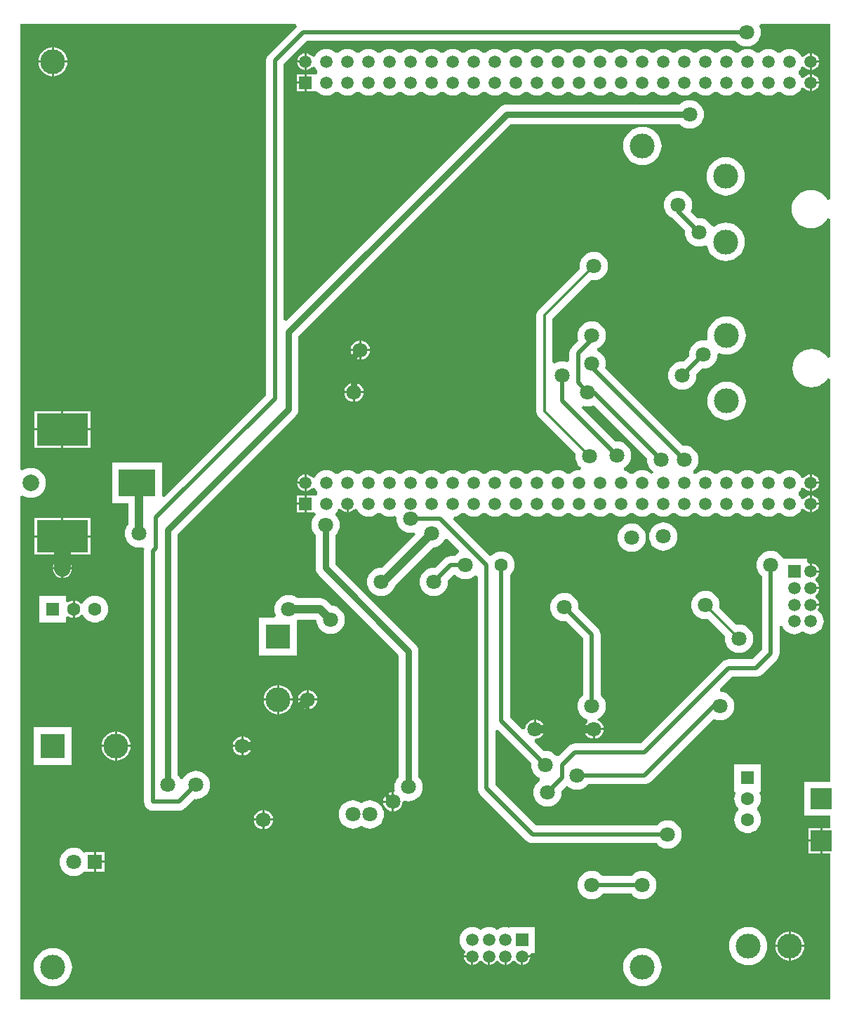
<source format=gtl>
%FSLAX44Y44*%
%MOMM*%
G71*
G01*
G75*
G04 Layer_Physical_Order=1*
G04 Layer_Color=255*
%ADD10R,6.2000X3.9000*%
%ADD11R,4.4000X3.3000*%
%ADD12C,0.5000*%
%ADD13C,0.3000*%
%ADD14C,1.0000*%
%ADD15C,2.0000*%
%ADD16C,0.7500*%
%ADD17C,3.0000*%
%ADD18R,3.0000X3.0000*%
%ADD19C,2.0000*%
%ADD20R,1.6000X1.6000*%
%ADD21C,1.6000*%
%ADD22C,1.5000*%
%ADD23R,1.5000X1.5000*%
%ADD24R,1.5000X1.5000*%
%ADD25R,1.6000X1.6000*%
%ADD26R,2.5000X2.5000*%
%ADD27R,2.5000X2.5000*%
%ADD28R,3.0000X3.0000*%
%ADD29C,1.8000*%
%ADD30R,1.8000X1.8000*%
%ADD31C,1.6000*%
G36*
X1496418Y1738727D02*
X1493508Y1737998D01*
X1492416Y1740040D01*
X1489542Y1743542D01*
X1486040Y1746416D01*
X1482044Y1748552D01*
X1477709Y1749867D01*
X1473200Y1750311D01*
X1468691Y1749867D01*
X1464356Y1748552D01*
X1460360Y1746416D01*
X1456858Y1743542D01*
X1453984Y1740040D01*
X1451848Y1736044D01*
X1450533Y1731709D01*
X1450089Y1727200D01*
X1450533Y1722691D01*
X1451848Y1718356D01*
X1453984Y1714360D01*
X1456858Y1710858D01*
X1460360Y1707984D01*
X1464356Y1705848D01*
X1468691Y1704533D01*
X1473200Y1704089D01*
X1477709Y1704533D01*
X1482044Y1705848D01*
X1486040Y1707984D01*
X1489542Y1710858D01*
X1492416Y1714360D01*
X1493508Y1716402D01*
X1496418Y1715673D01*
Y1548510D01*
X1493508Y1547781D01*
X1493316Y1548140D01*
X1490442Y1551642D01*
X1486940Y1554516D01*
X1482944Y1556652D01*
X1478609Y1557967D01*
X1474100Y1558411D01*
X1469591Y1557967D01*
X1465256Y1556652D01*
X1461260Y1554516D01*
X1457758Y1551642D01*
X1454884Y1548140D01*
X1452748Y1544144D01*
X1451433Y1539809D01*
X1450989Y1535300D01*
X1451433Y1530791D01*
X1452748Y1526456D01*
X1454884Y1522460D01*
X1457758Y1518958D01*
X1461260Y1516084D01*
X1465256Y1513948D01*
X1469591Y1512633D01*
X1474100Y1512189D01*
X1478609Y1512633D01*
X1482944Y1513948D01*
X1486940Y1516084D01*
X1490442Y1518958D01*
X1493316Y1522460D01*
X1493508Y1522819D01*
X1496418Y1522090D01*
Y1036500D01*
X1465400D01*
Y995500D01*
X1496418D01*
Y980240D01*
X1487170D01*
Y965200D01*
Y950160D01*
X1496418D01*
Y773582D01*
X519582D01*
Y1380726D01*
X522294Y1382008D01*
X522351Y1381961D01*
X525478Y1380290D01*
X528871Y1379260D01*
X532400Y1378913D01*
X535929Y1379260D01*
X539322Y1380290D01*
X542449Y1381961D01*
X545190Y1384211D01*
X547439Y1386951D01*
X549110Y1390078D01*
X550140Y1393471D01*
X550487Y1397000D01*
X550140Y1400529D01*
X549110Y1403922D01*
X547439Y1407049D01*
X545190Y1409789D01*
X542449Y1412039D01*
X539322Y1413710D01*
X535929Y1414740D01*
X532400Y1415087D01*
X528871Y1414740D01*
X525478Y1413710D01*
X522351Y1412039D01*
X522294Y1411992D01*
X519582Y1413274D01*
Y1950418D01*
X851753D01*
X852335Y1949660D01*
X853169Y1947646D01*
X819281Y1913759D01*
X817598Y1911565D01*
X817160Y1910507D01*
X816540Y1909011D01*
X816179Y1906270D01*
Y1502987D01*
X693172Y1379979D01*
X690400Y1381127D01*
Y1421500D01*
X630400D01*
Y1372500D01*
X649828D01*
Y1346860D01*
X648737Y1345530D01*
X647158Y1342577D01*
X646186Y1339373D01*
X645858Y1336040D01*
X646186Y1332707D01*
X647158Y1329503D01*
X648737Y1326550D01*
X650861Y1323961D01*
X653450Y1321837D01*
X656403Y1320258D01*
X659607Y1319286D01*
X662940Y1318958D01*
X666273Y1319286D01*
X667279Y1319591D01*
X669294Y1317368D01*
X669220Y1317191D01*
X668859Y1314450D01*
Y1012190D01*
X668859Y1012190D01*
X668859D01*
X669220Y1009449D01*
X670278Y1006895D01*
X671961Y1004701D01*
X674155Y1003018D01*
X676709Y1001960D01*
X679450Y1001599D01*
X711200D01*
X713941Y1001960D01*
X715437Y1002580D01*
X716495Y1003018D01*
X718689Y1004701D01*
X729604Y1015617D01*
X731520Y1015428D01*
X734853Y1015756D01*
X738057Y1016728D01*
X741010Y1018307D01*
X743599Y1020431D01*
X745723Y1023020D01*
X747302Y1025973D01*
X748274Y1029177D01*
X748602Y1032510D01*
X748274Y1035843D01*
X747302Y1039047D01*
X745723Y1042000D01*
X743599Y1044589D01*
X741010Y1046713D01*
X738057Y1048292D01*
X734853Y1049264D01*
X731520Y1049592D01*
X728187Y1049264D01*
X724983Y1048292D01*
X722030Y1046713D01*
X719441Y1044589D01*
X717317Y1042000D01*
X715875Y1039303D01*
X712875D01*
X711433Y1042000D01*
X709309Y1044589D01*
X709081Y1044776D01*
Y1334941D01*
X851660Y1477520D01*
X853544Y1479974D01*
X853890Y1480811D01*
X854728Y1482833D01*
X855131Y1485900D01*
Y1573701D01*
X1111079Y1829649D01*
X1314884D01*
X1315071Y1829421D01*
X1317660Y1827297D01*
X1320613Y1825718D01*
X1323817Y1824746D01*
X1327150Y1824418D01*
X1330483Y1824746D01*
X1333687Y1825718D01*
X1336640Y1827297D01*
X1339229Y1829421D01*
X1341353Y1832010D01*
X1342932Y1834963D01*
X1343904Y1838167D01*
X1344232Y1841500D01*
X1343904Y1844833D01*
X1342932Y1848037D01*
X1341353Y1850990D01*
X1339229Y1853579D01*
X1336640Y1855703D01*
X1333687Y1857282D01*
X1330483Y1858254D01*
X1327150Y1858582D01*
X1323817Y1858254D01*
X1320613Y1857282D01*
X1317660Y1855703D01*
X1315071Y1853579D01*
X1314884Y1853351D01*
X1106170D01*
X1103103Y1852948D01*
X1101919Y1852457D01*
X1100244Y1851764D01*
X1097790Y1849880D01*
X1097790Y1849880D01*
X840132Y1592223D01*
X837361Y1593371D01*
Y1901883D01*
X865447Y1929969D01*
X1382430D01*
X1383651Y1928481D01*
X1386240Y1926357D01*
X1389193Y1924778D01*
X1392397Y1923806D01*
X1395730Y1923478D01*
X1399063Y1923806D01*
X1402267Y1924778D01*
X1405220Y1926357D01*
X1407809Y1928481D01*
X1409933Y1931070D01*
X1411512Y1934023D01*
X1412484Y1937227D01*
X1412812Y1940560D01*
X1412484Y1943893D01*
X1411512Y1947097D01*
X1411112Y1947845D01*
X1412655Y1950418D01*
X1496418D01*
Y1738727D01*
D02*
G37*
%LPC*%
G36*
X1210310Y1098550D02*
X1200108D01*
X1200337Y1096807D01*
X1201500Y1094000D01*
X1203350Y1091590D01*
X1205760Y1089740D01*
X1208568Y1088577D01*
X1210310Y1088348D01*
Y1098550D01*
D02*
G37*
G36*
X788670Y1090972D02*
Y1080770D01*
X798872D01*
X798643Y1082513D01*
X797480Y1085320D01*
X795630Y1087730D01*
X793220Y1089580D01*
X790413Y1090743D01*
X788670Y1090972D01*
D02*
G37*
G36*
X786130D02*
X784388Y1090743D01*
X781580Y1089580D01*
X779170Y1087730D01*
X777320Y1085320D01*
X776157Y1082513D01*
X775928Y1080770D01*
X786130D01*
Y1090972D01*
D02*
G37*
G36*
X1176020Y1264222D02*
X1172687Y1263894D01*
X1169483Y1262922D01*
X1166530Y1261343D01*
X1163941Y1259219D01*
X1161817Y1256630D01*
X1160238Y1253677D01*
X1159266Y1250473D01*
X1158938Y1247140D01*
X1159266Y1243807D01*
X1160238Y1240603D01*
X1161817Y1237650D01*
X1163941Y1235061D01*
X1166530Y1232937D01*
X1169483Y1231358D01*
X1172687Y1230386D01*
X1176020Y1230058D01*
X1177936Y1230247D01*
X1198449Y1209733D01*
Y1141060D01*
X1196961Y1139839D01*
X1194837Y1137250D01*
X1193258Y1134297D01*
X1192286Y1131093D01*
X1191958Y1127760D01*
X1192286Y1124427D01*
X1193258Y1121223D01*
X1194837Y1118270D01*
X1196961Y1115681D01*
X1199550Y1113557D01*
X1202503Y1111978D01*
X1202503Y1111978D01*
X1202503D01*
X1203565Y1111300D01*
X1203556Y1111306D01*
X1203686Y1108309D01*
X1203350Y1108050D01*
X1201500Y1105640D01*
X1200337Y1102832D01*
X1200108Y1101090D01*
X1223052D01*
X1222823Y1102832D01*
X1221660Y1105640D01*
X1219810Y1108050D01*
X1217400Y1109900D01*
X1217400Y1109900D01*
X1217400D01*
X1215577Y1111978D01*
Y1111978D01*
X1218530Y1113557D01*
X1221119Y1115681D01*
X1223243Y1118270D01*
X1224822Y1121223D01*
X1225794Y1124427D01*
X1226122Y1127760D01*
X1225794Y1131093D01*
X1224822Y1134297D01*
X1223243Y1137250D01*
X1221119Y1139839D01*
X1219631Y1141060D01*
Y1214120D01*
X1219270Y1216861D01*
X1218212Y1219415D01*
X1216529Y1221609D01*
X1192914Y1245224D01*
X1193102Y1247140D01*
X1192774Y1250473D01*
X1191802Y1253677D01*
X1190223Y1256630D01*
X1188099Y1259219D01*
X1185510Y1261343D01*
X1182557Y1262922D01*
X1179353Y1263894D01*
X1176020Y1264222D01*
D02*
G37*
G36*
X1141730Y1111292D02*
Y1101090D01*
X1151932D01*
X1151703Y1102832D01*
X1150540Y1105640D01*
X1148690Y1108050D01*
X1146280Y1109900D01*
X1143473Y1111063D01*
X1141730Y1111292D01*
D02*
G37*
G36*
X1223052Y1098550D02*
X1212850D01*
Y1088348D01*
X1214593Y1088577D01*
X1217400Y1089740D01*
X1219810Y1091590D01*
X1221660Y1094000D01*
X1222823Y1096807D01*
X1223052Y1098550D01*
D02*
G37*
G36*
X786130Y1078230D02*
X775928D01*
X776157Y1076488D01*
X777320Y1073680D01*
X779170Y1071270D01*
X781580Y1069420D01*
X784388Y1068257D01*
X786130Y1068028D01*
Y1078230D01*
D02*
G37*
G36*
X652500D02*
X636270D01*
Y1062000D01*
X638438Y1062214D01*
X641745Y1063217D01*
X644792Y1064846D01*
X647463Y1067037D01*
X649654Y1069708D01*
X651283Y1072755D01*
X652286Y1076062D01*
X652500Y1078230D01*
D02*
G37*
G36*
X633730D02*
X617500D01*
X617714Y1076062D01*
X618717Y1072755D01*
X620345Y1069708D01*
X622537Y1067037D01*
X625208Y1064846D01*
X628255Y1063217D01*
X631562Y1062214D01*
X633730Y1062000D01*
Y1078230D01*
D02*
G37*
G36*
X636270Y1097000D02*
Y1080770D01*
X652500D01*
X652286Y1082938D01*
X651283Y1086245D01*
X649654Y1089292D01*
X647463Y1091963D01*
X644792Y1094155D01*
X641745Y1095783D01*
X638438Y1096786D01*
X636270Y1097000D01*
D02*
G37*
G36*
X633730D02*
X631562Y1096786D01*
X628255Y1095783D01*
X625208Y1094155D01*
X622537Y1091963D01*
X620345Y1089292D01*
X618717Y1086245D01*
X617714Y1082938D01*
X617500Y1080770D01*
X633730D01*
Y1097000D01*
D02*
G37*
G36*
X798872Y1078230D02*
X788670D01*
Y1068028D01*
X790413Y1068257D01*
X793220Y1069420D01*
X795630Y1071270D01*
X797480Y1073680D01*
X798643Y1076488D01*
X798872Y1078230D01*
D02*
G37*
G36*
X829310Y1134110D02*
X813080D01*
X813294Y1131942D01*
X814297Y1128635D01*
X815926Y1125588D01*
X818117Y1122917D01*
X820788Y1120725D01*
X823835Y1119097D01*
X827142Y1118094D01*
X829310Y1117880D01*
Y1134110D01*
D02*
G37*
G36*
X843280Y1261682D02*
X839947Y1261354D01*
X836743Y1260382D01*
X833790Y1258803D01*
X831201Y1256679D01*
X829077Y1254090D01*
X827498Y1251137D01*
X826526Y1247933D01*
X826198Y1244600D01*
X826526Y1241267D01*
X827498Y1238063D01*
X827984Y1237153D01*
X826442Y1234580D01*
X807580D01*
Y1188580D01*
X853580D01*
Y1231061D01*
X854100Y1231488D01*
X875949D01*
X877157Y1230279D01*
X877326Y1228567D01*
X878298Y1225363D01*
X879877Y1222410D01*
X882001Y1219821D01*
X884590Y1217697D01*
X887543Y1216118D01*
X890747Y1215146D01*
X894080Y1214818D01*
X897413Y1215146D01*
X900617Y1216118D01*
X903570Y1217697D01*
X906159Y1219821D01*
X908283Y1222410D01*
X909862Y1225363D01*
X910834Y1228567D01*
X911162Y1231900D01*
X910834Y1235233D01*
X909862Y1238437D01*
X908283Y1241390D01*
X906159Y1243979D01*
X903570Y1246103D01*
X900617Y1247682D01*
X897413Y1248654D01*
X895701Y1248823D01*
X890652Y1253872D01*
X887936Y1255956D01*
X886355Y1256610D01*
X884774Y1257265D01*
X881380Y1257712D01*
X881380Y1257712D01*
X854100D01*
X852770Y1258803D01*
X849817Y1260382D01*
X846613Y1261354D01*
X843280Y1261682D01*
D02*
G37*
G36*
X1346200Y1266762D02*
X1342867Y1266434D01*
X1339663Y1265462D01*
X1336710Y1263883D01*
X1334121Y1261759D01*
X1331997Y1259170D01*
X1330418Y1256217D01*
X1329446Y1253013D01*
X1329118Y1249680D01*
X1329446Y1246347D01*
X1330418Y1243143D01*
X1331997Y1240190D01*
X1334121Y1237601D01*
X1336710Y1235477D01*
X1339663Y1233898D01*
X1342867Y1232926D01*
X1346200Y1232598D01*
X1349415Y1232914D01*
X1370074Y1212255D01*
X1369758Y1209040D01*
X1370086Y1205707D01*
X1371058Y1202503D01*
X1372637Y1199550D01*
X1374761Y1196961D01*
X1377350Y1194837D01*
X1380303Y1193258D01*
X1383507Y1192286D01*
X1386840Y1191958D01*
X1390173Y1192286D01*
X1393377Y1193258D01*
X1396330Y1194837D01*
X1398919Y1196961D01*
X1401043Y1199550D01*
X1402622Y1202503D01*
X1403594Y1205707D01*
X1403922Y1209040D01*
X1403594Y1212373D01*
X1402622Y1215577D01*
X1401043Y1218530D01*
X1398919Y1221119D01*
X1396330Y1223243D01*
X1393377Y1224822D01*
X1390173Y1225794D01*
X1386840Y1226122D01*
X1383625Y1225806D01*
X1362966Y1246465D01*
X1363282Y1249680D01*
X1362954Y1253013D01*
X1361982Y1256217D01*
X1360403Y1259170D01*
X1358279Y1261759D01*
X1355690Y1263883D01*
X1352737Y1265462D01*
X1349533Y1266434D01*
X1346200Y1266762D01*
D02*
G37*
G36*
X867410Y1146852D02*
Y1136650D01*
X877612D01*
X877383Y1138392D01*
X876220Y1141200D01*
X874370Y1143610D01*
X871960Y1145460D01*
X869153Y1146623D01*
X867410Y1146852D01*
D02*
G37*
G36*
X569130Y1292690D02*
X558928D01*
X559157Y1290948D01*
X560320Y1288140D01*
X562170Y1285730D01*
X564580Y1283880D01*
X567388Y1282717D01*
X569130Y1282488D01*
Y1292690D01*
D02*
G37*
G36*
X609600Y1260677D02*
X606464Y1260368D01*
X603447Y1259454D01*
X600668Y1257968D01*
X598232Y1255968D01*
X596232Y1253532D01*
X595238Y1251671D01*
X592467Y1251444D01*
X592163Y1251536D01*
X591717Y1252117D01*
X589515Y1253807D01*
X586951Y1254869D01*
X585470Y1255064D01*
Y1244600D01*
Y1234136D01*
X586951Y1234331D01*
X589515Y1235393D01*
X591717Y1237083D01*
X592163Y1237664D01*
X592467Y1237756D01*
X595238Y1237529D01*
X596232Y1235668D01*
X598232Y1233232D01*
X600668Y1231232D01*
X603447Y1229746D01*
X606464Y1228831D01*
X609600Y1228523D01*
X612737Y1228831D01*
X615753Y1229746D01*
X618532Y1231232D01*
X620969Y1233232D01*
X622968Y1235668D01*
X624454Y1238447D01*
X625368Y1241463D01*
X625677Y1244600D01*
X625368Y1247737D01*
X624454Y1250753D01*
X622968Y1253532D01*
X620969Y1255968D01*
X618532Y1257968D01*
X615753Y1259454D01*
X612737Y1260368D01*
X609600Y1260677D01*
D02*
G37*
G36*
X574800Y1260600D02*
X542800D01*
Y1228600D01*
X574800D01*
Y1235136D01*
X577491Y1236463D01*
X578885Y1235393D01*
X581449Y1234331D01*
X582930Y1234136D01*
Y1244600D01*
Y1255064D01*
X581449Y1254869D01*
X578885Y1253807D01*
X577491Y1252737D01*
X574800Y1254064D01*
Y1260600D01*
D02*
G37*
G36*
X877612Y1134110D02*
X867410D01*
Y1123908D01*
X869153Y1124137D01*
X871960Y1125300D01*
X874370Y1127150D01*
X876220Y1129560D01*
X877383Y1132367D01*
X877612Y1134110D01*
D02*
G37*
G36*
X864870D02*
X854668D01*
X854897Y1132367D01*
X856060Y1129560D01*
X857910Y1127150D01*
X860320Y1125300D01*
X863128Y1124137D01*
X864870Y1123908D01*
Y1134110D01*
D02*
G37*
G36*
X848080D02*
X831850D01*
Y1117880D01*
X834018Y1118094D01*
X837325Y1119097D01*
X840372Y1120725D01*
X843043Y1122917D01*
X845235Y1125588D01*
X846863Y1128635D01*
X847866Y1131942D01*
X848080Y1134110D01*
D02*
G37*
G36*
X864870Y1146852D02*
X863128Y1146623D01*
X860320Y1145460D01*
X857910Y1143610D01*
X856060Y1141200D01*
X854897Y1138392D01*
X854668Y1136650D01*
X864870D01*
Y1146852D01*
D02*
G37*
G36*
X831850Y1152880D02*
Y1136650D01*
X848080D01*
X847866Y1138818D01*
X846863Y1142125D01*
X845235Y1145172D01*
X843043Y1147843D01*
X840372Y1150034D01*
X837325Y1151663D01*
X834018Y1152666D01*
X831850Y1152880D01*
D02*
G37*
G36*
X829310D02*
X827142Y1152666D01*
X823835Y1151663D01*
X820788Y1150034D01*
X818117Y1147843D01*
X815926Y1145172D01*
X814297Y1142125D01*
X813294Y1138818D01*
X813080Y1136650D01*
X829310D01*
Y1152880D01*
D02*
G37*
G36*
X1449070Y855700D02*
Y839470D01*
X1465300D01*
X1465086Y841638D01*
X1464083Y844945D01*
X1462455Y847992D01*
X1460263Y850663D01*
X1457592Y852855D01*
X1454545Y854483D01*
X1451238Y855486D01*
X1449070Y855700D01*
D02*
G37*
G36*
X1446530D02*
X1444362Y855486D01*
X1441055Y854483D01*
X1438008Y852855D01*
X1435337Y850663D01*
X1433145Y847992D01*
X1431517Y844945D01*
X1430514Y841638D01*
X1430300Y839470D01*
X1446530D01*
Y855700D01*
D02*
G37*
G36*
X1465300Y836930D02*
X1449070D01*
Y820700D01*
X1451238Y820914D01*
X1454545Y821917D01*
X1457592Y823546D01*
X1460263Y825737D01*
X1462455Y828408D01*
X1464083Y831455D01*
X1465086Y834762D01*
X1465300Y836930D01*
D02*
G37*
G36*
X584200Y956882D02*
X580867Y956554D01*
X577663Y955582D01*
X574710Y954003D01*
X572121Y951879D01*
X569997Y949290D01*
X568418Y946337D01*
X567446Y943133D01*
X567118Y939800D01*
X567446Y936467D01*
X568418Y933263D01*
X569997Y930310D01*
X572121Y927721D01*
X574710Y925597D01*
X577663Y924018D01*
X580867Y923046D01*
X584200Y922718D01*
X587533Y923046D01*
X590737Y924018D01*
X593690Y925597D01*
X596279Y927721D01*
X597025Y928630D01*
X598060Y928260D01*
Y928260D01*
X598060Y928260D01*
X608330D01*
Y939800D01*
Y951340D01*
X598060D01*
X598060Y951340D01*
Y951340D01*
X597025Y950970D01*
X596279Y951879D01*
X593690Y954003D01*
X590737Y955582D01*
X587533Y956554D01*
X584200Y956882D01*
D02*
G37*
G36*
X1270000Y928942D02*
X1266667Y928614D01*
X1263463Y927642D01*
X1260510Y926063D01*
X1257921Y923939D01*
X1256700Y922451D01*
X1222340D01*
X1221119Y923939D01*
X1218530Y926063D01*
X1215577Y927642D01*
X1212373Y928614D01*
X1209040Y928942D01*
X1205707Y928614D01*
X1202503Y927642D01*
X1199550Y926063D01*
X1196961Y923939D01*
X1194837Y921350D01*
X1193258Y918397D01*
X1192286Y915193D01*
X1191958Y911860D01*
X1192286Y908527D01*
X1193258Y905323D01*
X1194837Y902370D01*
X1196961Y899781D01*
X1199550Y897657D01*
X1202503Y896078D01*
X1205707Y895106D01*
X1209040Y894778D01*
X1212373Y895106D01*
X1215577Y896078D01*
X1218530Y897657D01*
X1221119Y899781D01*
X1222340Y901269D01*
X1256700D01*
X1257921Y899781D01*
X1260510Y897657D01*
X1263463Y896078D01*
X1266667Y895106D01*
X1270000Y894778D01*
X1273333Y895106D01*
X1276537Y896078D01*
X1279490Y897657D01*
X1282079Y899781D01*
X1284203Y902370D01*
X1285782Y905323D01*
X1286754Y908527D01*
X1287082Y911860D01*
X1286754Y915193D01*
X1285782Y918397D01*
X1284203Y921350D01*
X1282079Y923939D01*
X1279490Y926063D01*
X1276537Y927642D01*
X1273333Y928614D01*
X1270000Y928942D01*
D02*
G37*
G36*
X1104900Y861075D02*
X1101861Y860776D01*
X1098940Y859889D01*
X1096247Y858450D01*
X1094900Y857345D01*
X1093553Y858450D01*
X1090860Y859889D01*
X1087939Y860776D01*
X1084900Y861075D01*
X1081861Y860776D01*
X1078940Y859889D01*
X1076247Y858450D01*
X1074900Y857345D01*
X1073553Y858450D01*
X1070860Y859889D01*
X1067939Y860776D01*
X1064900Y861075D01*
X1061861Y860776D01*
X1058940Y859889D01*
X1056247Y858450D01*
X1053887Y856513D01*
X1051950Y854153D01*
X1050510Y851460D01*
X1049624Y848539D01*
X1049325Y845500D01*
X1049624Y842461D01*
X1050510Y839540D01*
X1051950Y836847D01*
X1053887Y834487D01*
X1056247Y832550D01*
X1056556Y831118D01*
X1056130Y830563D01*
X1055118Y828121D01*
X1054941Y826770D01*
X1064900D01*
Y825500D01*
X1066170D01*
Y815541D01*
X1067521Y815718D01*
X1069963Y816730D01*
X1072061Y818339D01*
X1073400Y820085D01*
X1076400D01*
X1077739Y818339D01*
X1079837Y816730D01*
X1082279Y815718D01*
X1083630Y815541D01*
Y825500D01*
X1086170D01*
Y815541D01*
X1087521Y815718D01*
X1089963Y816730D01*
X1092061Y818339D01*
X1093400Y820085D01*
X1096400D01*
X1097739Y818339D01*
X1099837Y816730D01*
X1102279Y815718D01*
X1103630Y815541D01*
Y825500D01*
X1106170D01*
Y815541D01*
X1107521Y815718D01*
X1109963Y816730D01*
X1112061Y818339D01*
X1113400Y820085D01*
X1116400D01*
X1117739Y818339D01*
X1119837Y816730D01*
X1122279Y815718D01*
X1123630Y815541D01*
Y825500D01*
X1124900D01*
Y826770D01*
X1134859D01*
X1134731Y827745D01*
X1136709Y830000D01*
X1140400D01*
Y861000D01*
X1109400D01*
Y861000D01*
X1108761Y860526D01*
X1107939Y860776D01*
X1104900Y861075D01*
D02*
G37*
G36*
X1397800Y861311D02*
X1393291Y860867D01*
X1388956Y859552D01*
X1384960Y857416D01*
X1381458Y854542D01*
X1378584Y851040D01*
X1376448Y847044D01*
X1375133Y842709D01*
X1374689Y838200D01*
X1375133Y833691D01*
X1376448Y829356D01*
X1378584Y825360D01*
X1381458Y821858D01*
X1384960Y818984D01*
X1388956Y816848D01*
X1393291Y815533D01*
X1397800Y815089D01*
X1402309Y815533D01*
X1406644Y816848D01*
X1410640Y818984D01*
X1414142Y821858D01*
X1417016Y825360D01*
X1419152Y829356D01*
X1420467Y833691D01*
X1420911Y838200D01*
X1420467Y842709D01*
X1419152Y847044D01*
X1417016Y851040D01*
X1414142Y854542D01*
X1410640Y857416D01*
X1406644Y859552D01*
X1402309Y860867D01*
X1397800Y861311D01*
D02*
G37*
G36*
X1270000Y835911D02*
X1265491Y835467D01*
X1261156Y834152D01*
X1257160Y832016D01*
X1253658Y829142D01*
X1250784Y825640D01*
X1248648Y821644D01*
X1247333Y817309D01*
X1246889Y812800D01*
X1247333Y808291D01*
X1248648Y803956D01*
X1250784Y799960D01*
X1253658Y796458D01*
X1257160Y793584D01*
X1261156Y791448D01*
X1265491Y790133D01*
X1270000Y789689D01*
X1274509Y790133D01*
X1278844Y791448D01*
X1282840Y793584D01*
X1286342Y796458D01*
X1289216Y799960D01*
X1291352Y803956D01*
X1292667Y808291D01*
X1293111Y812800D01*
X1292667Y817309D01*
X1291352Y821644D01*
X1289216Y825640D01*
X1286342Y829142D01*
X1282840Y832016D01*
X1278844Y834152D01*
X1274509Y835467D01*
X1270000Y835911D01*
D02*
G37*
G36*
X558800D02*
X554291Y835467D01*
X549956Y834152D01*
X545960Y832016D01*
X542458Y829142D01*
X539584Y825640D01*
X537448Y821644D01*
X536133Y817309D01*
X535689Y812800D01*
X536133Y808291D01*
X537448Y803956D01*
X539584Y799960D01*
X542458Y796458D01*
X545960Y793584D01*
X549956Y791448D01*
X554291Y790133D01*
X558800Y789689D01*
X563309Y790133D01*
X567644Y791448D01*
X571640Y793584D01*
X575142Y796458D01*
X578016Y799960D01*
X580152Y803956D01*
X581467Y808291D01*
X581911Y812800D01*
X581467Y817309D01*
X580152Y821644D01*
X578016Y825640D01*
X575142Y829142D01*
X571640Y832016D01*
X567644Y834152D01*
X563309Y835467D01*
X558800Y835911D01*
D02*
G37*
G36*
X1446530Y836930D02*
X1430300D01*
X1430514Y834762D01*
X1431517Y831455D01*
X1433145Y828408D01*
X1435337Y825737D01*
X1438008Y823546D01*
X1441055Y821917D01*
X1444362Y820914D01*
X1446530Y820700D01*
Y836930D01*
D02*
G37*
G36*
X1134859Y824230D02*
X1126170D01*
Y815541D01*
X1127521Y815718D01*
X1129963Y816730D01*
X1132061Y818339D01*
X1133670Y820437D01*
X1134682Y822879D01*
X1134859Y824230D01*
D02*
G37*
G36*
X1063630D02*
X1054941D01*
X1055118Y822879D01*
X1056130Y820437D01*
X1057739Y818339D01*
X1059837Y816730D01*
X1062279Y815718D01*
X1063630Y815541D01*
Y824230D01*
D02*
G37*
G36*
X621140Y938530D02*
X610870D01*
Y928260D01*
X621140D01*
Y938530D01*
D02*
G37*
G36*
X967740Y1010920D02*
X957538D01*
X957767Y1009177D01*
X958930Y1006370D01*
X960780Y1003960D01*
X963190Y1002110D01*
X965997Y1000947D01*
X967740Y1000718D01*
Y1010920D01*
D02*
G37*
G36*
X814070Y1002072D02*
Y991870D01*
X824272D01*
X824043Y993613D01*
X822880Y996420D01*
X821030Y998830D01*
X818620Y1000680D01*
X815813Y1001843D01*
X814070Y1002072D01*
D02*
G37*
G36*
X811530D02*
X809788Y1001843D01*
X806980Y1000680D01*
X804570Y998830D01*
X802720Y996420D01*
X801557Y993613D01*
X801328Y991870D01*
X811530D01*
Y1002072D01*
D02*
G37*
G36*
X581800Y1102500D02*
X535800D01*
Y1056500D01*
X581800D01*
Y1102500D01*
D02*
G37*
G36*
X967740Y1023662D02*
X965997Y1023433D01*
X963190Y1022270D01*
X960780Y1020420D01*
X958930Y1018010D01*
X957767Y1015202D01*
X957538Y1013460D01*
X967740D01*
Y1023662D01*
D02*
G37*
G36*
X941070Y1014032D02*
X937737Y1013704D01*
X934533Y1012732D01*
X931580Y1011153D01*
X930910Y1010604D01*
X930240Y1011153D01*
X927287Y1012732D01*
X924083Y1013704D01*
X920750Y1014032D01*
X917417Y1013704D01*
X914213Y1012732D01*
X911260Y1011153D01*
X908671Y1009029D01*
X906547Y1006440D01*
X904968Y1003487D01*
X903996Y1000283D01*
X903668Y996950D01*
X903996Y993617D01*
X904968Y990413D01*
X906547Y987460D01*
X908671Y984871D01*
X911260Y982747D01*
X914213Y981168D01*
X917417Y980196D01*
X920750Y979868D01*
X924083Y980196D01*
X927287Y981168D01*
X930240Y982747D01*
X930910Y983296D01*
X931580Y982747D01*
X934533Y981168D01*
X937737Y980196D01*
X941070Y979868D01*
X944403Y980196D01*
X947607Y981168D01*
X950560Y982747D01*
X953149Y984871D01*
X955273Y987460D01*
X956852Y990413D01*
X957824Y993617D01*
X958152Y996950D01*
X957824Y1000283D01*
X956852Y1003487D01*
X955273Y1006440D01*
X953149Y1009029D01*
X950560Y1011153D01*
X947607Y1012732D01*
X944403Y1013704D01*
X941070Y1014032D01*
D02*
G37*
G36*
X1484630Y980240D02*
X1470860D01*
Y966470D01*
X1484630D01*
Y980240D01*
D02*
G37*
G36*
Y963930D02*
X1470860D01*
Y950160D01*
X1484630D01*
Y963930D01*
D02*
G37*
G36*
X621140Y951340D02*
X610870D01*
Y941070D01*
X621140D01*
Y951340D01*
D02*
G37*
G36*
X824272Y989330D02*
X814070D01*
Y979128D01*
X815813Y979357D01*
X818620Y980520D01*
X821030Y982370D01*
X822880Y984780D01*
X824043Y987588D01*
X824272Y989330D01*
D02*
G37*
G36*
X811530D02*
X801328D01*
X801557Y987588D01*
X802720Y984780D01*
X804570Y982370D01*
X806980Y980520D01*
X809788Y979357D01*
X811530Y979128D01*
Y989330D01*
D02*
G37*
G36*
X1413000Y1057400D02*
X1381000D01*
Y1025400D01*
X1381000D01*
X1381118Y1025379D01*
X1382428Y1022680D01*
X1382146Y1022153D01*
X1381232Y1019137D01*
X1380923Y1016000D01*
X1381232Y1012863D01*
X1382146Y1009847D01*
X1383632Y1007068D01*
X1385632Y1004632D01*
Y1001968D01*
X1383632Y999532D01*
X1382146Y996753D01*
X1381232Y993736D01*
X1380923Y990600D01*
X1381232Y987464D01*
X1382146Y984447D01*
X1383632Y981668D01*
X1385632Y979231D01*
X1388068Y977232D01*
X1390847Y975746D01*
X1393864Y974831D01*
X1397000Y974523D01*
X1400137Y974831D01*
X1403153Y975746D01*
X1405932Y977232D01*
X1408369Y979231D01*
X1410368Y981668D01*
X1411854Y984447D01*
X1412769Y987464D01*
X1413077Y990600D01*
X1412769Y993736D01*
X1411854Y996753D01*
X1410368Y999532D01*
X1408369Y1001968D01*
Y1004632D01*
X1410368Y1007068D01*
X1411854Y1009847D01*
X1412769Y1012863D01*
X1413077Y1016000D01*
X1412769Y1019137D01*
X1411854Y1022153D01*
X1411572Y1022680D01*
X1412882Y1025379D01*
X1413000Y1025400D01*
X1413000D01*
Y1057400D01*
D02*
G37*
G36*
X1211580Y1675702D02*
X1208247Y1675374D01*
X1205043Y1674402D01*
X1202090Y1672823D01*
X1199501Y1670699D01*
X1197377Y1668110D01*
X1195798Y1665157D01*
X1194826Y1661953D01*
X1194498Y1658620D01*
X1194814Y1655405D01*
X1145115Y1605706D01*
X1143592Y1603721D01*
X1142635Y1601410D01*
X1142308Y1598930D01*
Y1483360D01*
X1142635Y1480880D01*
X1143592Y1478569D01*
X1145115Y1476585D01*
X1145115Y1476584D01*
X1145115Y1476584D01*
X1189734Y1431965D01*
X1189418Y1428750D01*
X1189746Y1425417D01*
X1190718Y1422213D01*
X1192297Y1419260D01*
X1194421Y1416671D01*
X1196183Y1415225D01*
X1195035Y1412453D01*
X1193800Y1412575D01*
X1190761Y1412276D01*
X1187840Y1411389D01*
X1185147Y1409950D01*
X1182787Y1408013D01*
X1182600Y1407786D01*
X1179600D01*
X1179413Y1408013D01*
X1177053Y1409950D01*
X1174360Y1411389D01*
X1171439Y1412276D01*
X1168400Y1412575D01*
X1165361Y1412276D01*
X1162440Y1411389D01*
X1159747Y1409950D01*
X1157387Y1408013D01*
X1157200Y1407786D01*
X1154200D01*
X1154013Y1408013D01*
X1151653Y1409950D01*
X1148960Y1411389D01*
X1146039Y1412276D01*
X1143000Y1412575D01*
X1139961Y1412276D01*
X1137040Y1411389D01*
X1134347Y1409950D01*
X1131987Y1408013D01*
X1131800Y1407786D01*
X1128800D01*
X1128613Y1408013D01*
X1126253Y1409950D01*
X1123560Y1411389D01*
X1120639Y1412276D01*
X1117600Y1412575D01*
X1114561Y1412276D01*
X1111640Y1411389D01*
X1108947Y1409950D01*
X1106587Y1408013D01*
X1106400Y1407786D01*
X1103400D01*
X1103213Y1408013D01*
X1100853Y1409950D01*
X1098160Y1411389D01*
X1095238Y1412276D01*
X1092200Y1412575D01*
X1089162Y1412276D01*
X1086240Y1411389D01*
X1083547Y1409950D01*
X1081187Y1408013D01*
X1081000Y1407786D01*
X1078000D01*
X1077813Y1408013D01*
X1075453Y1409950D01*
X1072760Y1411389D01*
X1069838Y1412276D01*
X1066800Y1412575D01*
X1063762Y1412276D01*
X1060840Y1411389D01*
X1058147Y1409950D01*
X1055787Y1408013D01*
X1055600Y1407786D01*
X1052600D01*
X1052413Y1408013D01*
X1050053Y1409950D01*
X1047360Y1411389D01*
X1044438Y1412276D01*
X1041400Y1412575D01*
X1038362Y1412276D01*
X1035440Y1411389D01*
X1032747Y1409950D01*
X1030387Y1408013D01*
X1030200Y1407786D01*
X1027200D01*
X1027013Y1408013D01*
X1024653Y1409950D01*
X1021960Y1411389D01*
X1019038Y1412276D01*
X1016000Y1412575D01*
X1012962Y1412276D01*
X1010040Y1411389D01*
X1007347Y1409950D01*
X1004987Y1408013D01*
X1004800Y1407786D01*
X1001800D01*
X1001613Y1408013D01*
X999253Y1409950D01*
X996560Y1411389D01*
X993639Y1412276D01*
X990600Y1412575D01*
X987561Y1412276D01*
X984640Y1411389D01*
X981947Y1409950D01*
X979587Y1408013D01*
X979400Y1407786D01*
X976400D01*
X976213Y1408013D01*
X973853Y1409950D01*
X971160Y1411389D01*
X968239Y1412276D01*
X965200Y1412575D01*
X962161Y1412276D01*
X959240Y1411389D01*
X956547Y1409950D01*
X954187Y1408013D01*
X954000Y1407786D01*
X951000D01*
X950813Y1408013D01*
X948453Y1409950D01*
X945760Y1411389D01*
X942839Y1412276D01*
X939800Y1412575D01*
X936761Y1412276D01*
X933840Y1411389D01*
X931147Y1409950D01*
X928787Y1408013D01*
X928600Y1407786D01*
X925600D01*
X925413Y1408013D01*
X923053Y1409950D01*
X920360Y1411389D01*
X917439Y1412276D01*
X914400Y1412575D01*
X911361Y1412276D01*
X908440Y1411389D01*
X905747Y1409950D01*
X903387Y1408013D01*
X903200Y1407786D01*
X900200D01*
X900013Y1408013D01*
X897653Y1409950D01*
X894960Y1411389D01*
X892038Y1412276D01*
X889000Y1412575D01*
X885962Y1412276D01*
X883040Y1411389D01*
X880347Y1409950D01*
X877987Y1408013D01*
X876050Y1405653D01*
X874713Y1403152D01*
X874136Y1403104D01*
X870793Y1404118D01*
X870761Y1404161D01*
X868663Y1405770D01*
X866221Y1406782D01*
X864870Y1406959D01*
Y1397000D01*
Y1387041D01*
X866221Y1387218D01*
X868663Y1388230D01*
X870761Y1389839D01*
X870793Y1389882D01*
X874136Y1390896D01*
X874713Y1390848D01*
X876050Y1388347D01*
X877987Y1385987D01*
X878214Y1385800D01*
Y1383761D01*
X876093Y1381640D01*
X873640D01*
Y1381640D01*
X864870D01*
Y1371600D01*
Y1361560D01*
X873640D01*
Y1361560D01*
X874557D01*
X875614Y1360393D01*
X876207Y1358735D01*
X875651Y1358279D01*
X873527Y1355690D01*
X871948Y1352737D01*
X870976Y1349533D01*
X870648Y1346200D01*
X870976Y1342867D01*
X871948Y1339663D01*
X873527Y1336710D01*
X875651Y1334121D01*
X875879Y1333934D01*
Y1294130D01*
X875879Y1294130D01*
X875879D01*
X876282Y1291063D01*
X877120Y1289041D01*
X877466Y1288204D01*
X879350Y1285750D01*
X879350Y1285750D01*
X879350Y1285750D01*
Y1285750D01*
X879350Y1285750D01*
Y1285750D01*
D01*
X976209Y1188891D01*
Y1042236D01*
X975981Y1042049D01*
X973857Y1039460D01*
X972278Y1036507D01*
X971306Y1033303D01*
X970978Y1029970D01*
X971306Y1026637D01*
X971485Y1026047D01*
X970280Y1024626D01*
Y1012190D01*
Y1000718D01*
X972022Y1000947D01*
X974830Y1002110D01*
X977240Y1003960D01*
X979090Y1006370D01*
X980253Y1009177D01*
X980633Y1012067D01*
X983155Y1013693D01*
X984727Y1013216D01*
X988060Y1012888D01*
X991393Y1013216D01*
X994597Y1014188D01*
X997550Y1015767D01*
X1000139Y1017891D01*
X1002263Y1020480D01*
X1003842Y1023433D01*
X1004814Y1026637D01*
X1005142Y1029970D01*
X1004814Y1033303D01*
X1003842Y1036507D01*
X1002263Y1039460D01*
X1000139Y1042049D01*
X999911Y1042236D01*
Y1193800D01*
X999911Y1193800D01*
X999508Y1196867D01*
X998814Y1198542D01*
X998324Y1199726D01*
X996440Y1202180D01*
X996440Y1202180D01*
X899581Y1299039D01*
Y1333934D01*
X899809Y1334121D01*
X901933Y1336710D01*
X903512Y1339663D01*
X904484Y1342867D01*
X904812Y1346200D01*
X904484Y1349533D01*
X903512Y1352737D01*
X901933Y1355690D01*
X899809Y1358279D01*
Y1360419D01*
X900013Y1360587D01*
X901950Y1362947D01*
X903287Y1365448D01*
X903864Y1365496D01*
X907207Y1364482D01*
X907239Y1364439D01*
X909337Y1362830D01*
X911779Y1361818D01*
X913130Y1361641D01*
Y1371600D01*
X915670D01*
Y1361641D01*
X917021Y1361818D01*
X919463Y1362830D01*
X921561Y1364439D01*
X921593Y1364482D01*
X924936Y1365496D01*
X925513Y1365448D01*
X926850Y1362947D01*
X928787Y1360587D01*
X931147Y1358650D01*
X933840Y1357211D01*
X936761Y1356324D01*
X939800Y1356025D01*
X942839Y1356324D01*
X945760Y1357211D01*
X948453Y1358650D01*
X950813Y1360587D01*
X951000Y1360814D01*
X954000D01*
X954187Y1360587D01*
X956547Y1358650D01*
X959240Y1357211D01*
X962161Y1356324D01*
X965200Y1356025D01*
X968239Y1356324D01*
X971160Y1357211D01*
X971195Y1357229D01*
X973689Y1355562D01*
X973518Y1353820D01*
X973846Y1350487D01*
X974818Y1347283D01*
X976397Y1344330D01*
X978521Y1341741D01*
X981110Y1339617D01*
X984063Y1338038D01*
X987267Y1337066D01*
X990600Y1336738D01*
X993933Y1337066D01*
X994556Y1337255D01*
X996099Y1334682D01*
X956022Y1294606D01*
X955040Y1294702D01*
X951707Y1294374D01*
X948503Y1293402D01*
X945550Y1291823D01*
X942961Y1289699D01*
X940837Y1287110D01*
X939258Y1284157D01*
X938286Y1280953D01*
X937958Y1277620D01*
X938286Y1274287D01*
X939258Y1271083D01*
X940837Y1268130D01*
X942961Y1265541D01*
X945550Y1263417D01*
X948503Y1261838D01*
X951707Y1260866D01*
X955040Y1260538D01*
X958373Y1260866D01*
X961577Y1261838D01*
X964530Y1263417D01*
X967119Y1265541D01*
X969243Y1268130D01*
X970822Y1271083D01*
X971360Y1272857D01*
X1017621Y1319117D01*
X1019333Y1319286D01*
X1022537Y1320258D01*
X1025490Y1321837D01*
X1028079Y1323961D01*
X1030203Y1326550D01*
X1031782Y1329503D01*
X1031800Y1329563D01*
X1034710Y1330292D01*
X1049090Y1315913D01*
X1048650Y1312945D01*
X1047150Y1312143D01*
X1044561Y1310019D01*
X1043340Y1308531D01*
X1038860D01*
X1036119Y1308170D01*
X1033565Y1307112D01*
X1031371Y1305429D01*
X1020456Y1294514D01*
X1018540Y1294702D01*
X1015207Y1294374D01*
X1012003Y1293402D01*
X1009050Y1291823D01*
X1006461Y1289699D01*
X1004337Y1287110D01*
X1002758Y1284157D01*
X1001786Y1280953D01*
X1001458Y1277620D01*
X1001786Y1274287D01*
X1002758Y1271083D01*
X1004337Y1268130D01*
X1006461Y1265541D01*
X1009050Y1263417D01*
X1012003Y1261838D01*
X1015207Y1260866D01*
X1018540Y1260538D01*
X1021873Y1260866D01*
X1025077Y1261838D01*
X1028030Y1263417D01*
X1030619Y1265541D01*
X1032743Y1268130D01*
X1034322Y1271083D01*
X1035294Y1274287D01*
X1035622Y1277620D01*
X1035434Y1279536D01*
X1041843Y1285945D01*
X1044561Y1285861D01*
X1044561Y1285861D01*
Y1285861D01*
D01*
X1047150Y1283737D01*
X1050103Y1282158D01*
X1053307Y1281186D01*
X1056640Y1280858D01*
X1059973Y1281186D01*
X1063177Y1282158D01*
X1066130Y1283737D01*
X1068719Y1285861D01*
X1071449Y1283620D01*
Y1028700D01*
X1071810Y1025959D01*
X1072430Y1024463D01*
X1072868Y1023405D01*
X1074551Y1021211D01*
X1130431Y965331D01*
X1132625Y963648D01*
X1135179Y962590D01*
X1137920Y962229D01*
X1287180D01*
X1288401Y960741D01*
X1290990Y958617D01*
X1293943Y957038D01*
X1297147Y956066D01*
X1300480Y955738D01*
X1303813Y956066D01*
X1307017Y957038D01*
X1309970Y958617D01*
X1312559Y960741D01*
X1314683Y963330D01*
X1316262Y966283D01*
X1317234Y969487D01*
X1317562Y972820D01*
X1317234Y976153D01*
X1316262Y979357D01*
X1314683Y982310D01*
X1312559Y984899D01*
X1309970Y987023D01*
X1307017Y988602D01*
X1303813Y989574D01*
X1300480Y989902D01*
X1297147Y989574D01*
X1293943Y988602D01*
X1290990Y987023D01*
X1288401Y984899D01*
X1287180Y983411D01*
X1142307D01*
X1092631Y1033087D01*
Y1098272D01*
X1095402Y1099420D01*
X1136266Y1058556D01*
X1136078Y1056640D01*
X1136406Y1053307D01*
X1137378Y1050103D01*
X1138957Y1047150D01*
X1141081Y1044561D01*
X1143670Y1042437D01*
X1146449Y1040951D01*
Y1037951D01*
X1146210Y1037823D01*
X1143621Y1035699D01*
X1141497Y1033110D01*
X1139918Y1030157D01*
X1138946Y1026953D01*
X1138618Y1023620D01*
X1138946Y1020287D01*
X1139918Y1017083D01*
X1141497Y1014130D01*
X1143621Y1011541D01*
X1146210Y1009417D01*
X1149163Y1007838D01*
X1152367Y1006866D01*
X1155700Y1006538D01*
X1159033Y1006866D01*
X1162237Y1007838D01*
X1165190Y1009417D01*
X1167779Y1011541D01*
X1169903Y1014130D01*
X1171482Y1017083D01*
X1172454Y1020287D01*
X1172782Y1023620D01*
X1172594Y1025536D01*
X1178931Y1031873D01*
X1179181Y1031861D01*
X1181770Y1029737D01*
X1184723Y1028158D01*
X1187927Y1027186D01*
X1191260Y1026858D01*
X1194593Y1027186D01*
X1197797Y1028158D01*
X1200750Y1029737D01*
X1203339Y1031861D01*
X1204560Y1033349D01*
X1272540D01*
X1275281Y1033710D01*
X1276777Y1034330D01*
X1277835Y1034768D01*
X1280029Y1036451D01*
X1356213Y1112635D01*
X1357443Y1111978D01*
X1360647Y1111006D01*
X1363980Y1110678D01*
X1367313Y1111006D01*
X1370517Y1111978D01*
X1373470Y1113557D01*
X1376059Y1115681D01*
X1378183Y1118270D01*
X1379762Y1121223D01*
X1380734Y1124427D01*
X1381062Y1127760D01*
X1380734Y1131093D01*
X1379762Y1134297D01*
X1378183Y1137250D01*
X1376059Y1139839D01*
X1373470Y1141963D01*
X1370517Y1143542D01*
X1367313Y1144514D01*
X1364285Y1144812D01*
X1363868Y1145976D01*
X1363666Y1148029D01*
X1378527Y1162889D01*
X1407160D01*
X1409901Y1163250D01*
X1411397Y1163870D01*
X1412455Y1164308D01*
X1414649Y1165991D01*
X1432429Y1183771D01*
X1434112Y1185965D01*
X1435170Y1188519D01*
X1435531Y1191260D01*
Y1224629D01*
X1438498Y1225070D01*
X1438811Y1224040D01*
X1440250Y1221347D01*
X1442187Y1218987D01*
X1444547Y1217050D01*
X1447240Y1215611D01*
X1450161Y1214724D01*
X1453200Y1214425D01*
X1456239Y1214724D01*
X1459160Y1215611D01*
X1461853Y1217050D01*
X1463200Y1218155D01*
X1464547Y1217050D01*
X1467240Y1215611D01*
X1470161Y1214724D01*
X1473200Y1214425D01*
X1476239Y1214724D01*
X1479160Y1215611D01*
X1481853Y1217050D01*
X1484213Y1218987D01*
X1486150Y1221347D01*
X1487589Y1224040D01*
X1488476Y1226962D01*
X1488775Y1230000D01*
X1488476Y1233038D01*
X1487589Y1235960D01*
X1486150Y1238653D01*
X1484213Y1241013D01*
X1481853Y1242950D01*
X1481544Y1244381D01*
X1481970Y1244937D01*
X1482982Y1247379D01*
X1483159Y1248730D01*
X1473200D01*
Y1251270D01*
X1483159D01*
X1482982Y1252621D01*
X1481970Y1255063D01*
X1480361Y1257161D01*
X1478615Y1258500D01*
Y1261500D01*
X1480361Y1262839D01*
X1481970Y1264937D01*
X1482982Y1267379D01*
X1483159Y1268730D01*
X1473200D01*
Y1271270D01*
X1483159D01*
X1482982Y1272621D01*
X1481970Y1275063D01*
X1480361Y1277161D01*
X1478615Y1278500D01*
Y1281500D01*
X1480361Y1282839D01*
X1481970Y1284937D01*
X1482982Y1287379D01*
X1483159Y1288730D01*
X1473200D01*
Y1290000D01*
X1471930D01*
Y1299959D01*
X1470956Y1299831D01*
X1468700Y1301809D01*
Y1305500D01*
X1440175D01*
X1439143Y1307430D01*
X1437019Y1310019D01*
X1434430Y1312143D01*
X1431477Y1313722D01*
X1428273Y1314694D01*
X1424940Y1315022D01*
X1421607Y1314694D01*
X1418403Y1313722D01*
X1415450Y1312143D01*
X1412861Y1310019D01*
X1410737Y1307430D01*
X1409158Y1304477D01*
X1408186Y1301273D01*
X1407858Y1297940D01*
X1408186Y1294607D01*
X1409158Y1291403D01*
X1410737Y1288450D01*
X1412861Y1285861D01*
X1414349Y1284640D01*
Y1195647D01*
X1402773Y1184071D01*
X1374140D01*
X1371399Y1183710D01*
X1369903Y1183090D01*
X1368845Y1182652D01*
X1366651Y1180969D01*
X1268153Y1082471D01*
X1188720D01*
X1185979Y1082110D01*
X1184483Y1081490D01*
X1183425Y1081052D01*
X1181231Y1079369D01*
X1169227Y1067364D01*
X1166230Y1067511D01*
X1165239Y1068719D01*
X1162650Y1070843D01*
X1159697Y1072422D01*
X1156493Y1073394D01*
X1153160Y1073722D01*
X1151244Y1073533D01*
X1140011Y1084767D01*
X1140460Y1088180D01*
X1143473Y1088577D01*
X1146280Y1089740D01*
X1148690Y1091590D01*
X1150540Y1094000D01*
X1151703Y1096807D01*
X1151932Y1098550D01*
X1140460D01*
Y1099820D01*
X1139190D01*
Y1111292D01*
X1137448Y1111063D01*
X1134640Y1109900D01*
X1132230Y1108050D01*
X1130380Y1105640D01*
X1129217Y1102832D01*
X1128820Y1099820D01*
X1125407Y1099371D01*
X1110411Y1114367D01*
Y1285933D01*
X1111189Y1286572D01*
X1113188Y1289008D01*
X1114674Y1291787D01*
X1115589Y1294803D01*
X1115897Y1297940D01*
X1115589Y1301077D01*
X1114674Y1304093D01*
X1113188Y1306872D01*
X1111189Y1309308D01*
X1108752Y1311308D01*
X1105973Y1312794D01*
X1102956Y1313708D01*
X1099820Y1314017D01*
X1096684Y1313708D01*
X1093667Y1312794D01*
X1090888Y1311308D01*
X1088452Y1309308D01*
X1085780Y1309177D01*
X1041634Y1353323D01*
X1042645Y1356148D01*
X1044438Y1356324D01*
X1047360Y1357211D01*
X1050053Y1358650D01*
X1052413Y1360587D01*
X1052600Y1360814D01*
X1055600D01*
X1055787Y1360587D01*
X1058147Y1358650D01*
X1060840Y1357211D01*
X1063762Y1356324D01*
X1066800Y1356025D01*
X1069838Y1356324D01*
X1072760Y1357211D01*
X1075453Y1358650D01*
X1077813Y1360587D01*
X1078000Y1360814D01*
X1081000D01*
X1081187Y1360587D01*
X1083547Y1358650D01*
X1086240Y1357211D01*
X1089162Y1356324D01*
X1092200Y1356025D01*
X1095238Y1356324D01*
X1098160Y1357211D01*
X1100853Y1358650D01*
X1103213Y1360587D01*
X1103400Y1360814D01*
X1106400D01*
X1106587Y1360587D01*
X1108947Y1358650D01*
X1111640Y1357211D01*
X1114561Y1356324D01*
X1117600Y1356025D01*
X1120639Y1356324D01*
X1123560Y1357211D01*
X1126253Y1358650D01*
X1128613Y1360587D01*
X1128800Y1360814D01*
X1131800D01*
X1131987Y1360587D01*
X1134347Y1358650D01*
X1137040Y1357211D01*
X1139961Y1356324D01*
X1143000Y1356025D01*
X1146039Y1356324D01*
X1148960Y1357211D01*
X1151653Y1358650D01*
X1154013Y1360587D01*
X1154200Y1360814D01*
X1157200D01*
X1157387Y1360587D01*
X1159747Y1358650D01*
X1162440Y1357211D01*
X1165361Y1356324D01*
X1168400Y1356025D01*
X1171439Y1356324D01*
X1174360Y1357211D01*
X1177053Y1358650D01*
X1179413Y1360587D01*
X1179600Y1360814D01*
X1182600D01*
X1182787Y1360587D01*
X1185147Y1358650D01*
X1187840Y1357211D01*
X1190761Y1356324D01*
X1193800Y1356025D01*
X1196839Y1356324D01*
X1199760Y1357211D01*
X1202453Y1358650D01*
X1204813Y1360587D01*
X1205000Y1360814D01*
X1208000D01*
X1208187Y1360587D01*
X1210547Y1358650D01*
X1213240Y1357211D01*
X1216161Y1356324D01*
X1219200Y1356025D01*
X1222238Y1356324D01*
X1225160Y1357211D01*
X1227853Y1358650D01*
X1230213Y1360587D01*
X1230400Y1360814D01*
X1233400D01*
X1233587Y1360587D01*
X1235947Y1358650D01*
X1238640Y1357211D01*
X1241562Y1356324D01*
X1244600Y1356025D01*
X1247638Y1356324D01*
X1250560Y1357211D01*
X1253253Y1358650D01*
X1255613Y1360587D01*
X1255800Y1360814D01*
X1258800D01*
X1258987Y1360587D01*
X1261347Y1358650D01*
X1264040Y1357211D01*
X1266962Y1356324D01*
X1270000Y1356025D01*
X1273038Y1356324D01*
X1275960Y1357211D01*
X1278653Y1358650D01*
X1281013Y1360587D01*
X1281200Y1360814D01*
X1284200D01*
X1284387Y1360587D01*
X1286747Y1358650D01*
X1289440Y1357211D01*
X1292361Y1356324D01*
X1295400Y1356025D01*
X1298439Y1356324D01*
X1301360Y1357211D01*
X1304053Y1358650D01*
X1306413Y1360587D01*
X1306600Y1360814D01*
X1309600D01*
X1309787Y1360587D01*
X1312147Y1358650D01*
X1314840Y1357211D01*
X1317762Y1356324D01*
X1320800Y1356025D01*
X1323839Y1356324D01*
X1326760Y1357211D01*
X1329453Y1358650D01*
X1331813Y1360587D01*
X1332000Y1360814D01*
X1335000D01*
X1335187Y1360587D01*
X1337547Y1358650D01*
X1340240Y1357211D01*
X1343161Y1356324D01*
X1346200Y1356025D01*
X1349238Y1356324D01*
X1352160Y1357211D01*
X1354853Y1358650D01*
X1357213Y1360587D01*
X1357400Y1360814D01*
X1360400D01*
X1360587Y1360587D01*
X1362947Y1358650D01*
X1365640Y1357211D01*
X1368562Y1356324D01*
X1371600Y1356025D01*
X1374639Y1356324D01*
X1377560Y1357211D01*
X1380253Y1358650D01*
X1382613Y1360587D01*
X1382800Y1360814D01*
X1385800D01*
X1385987Y1360587D01*
X1388347Y1358650D01*
X1391040Y1357211D01*
X1393961Y1356324D01*
X1397000Y1356025D01*
X1400038Y1356324D01*
X1402960Y1357211D01*
X1405653Y1358650D01*
X1408013Y1360587D01*
X1408200Y1360814D01*
X1411200D01*
X1411387Y1360587D01*
X1413747Y1358650D01*
X1416440Y1357211D01*
X1419362Y1356324D01*
X1422400Y1356025D01*
X1425439Y1356324D01*
X1428360Y1357211D01*
X1431053Y1358650D01*
X1433413Y1360587D01*
X1433600Y1360814D01*
X1436600D01*
X1436787Y1360587D01*
X1439147Y1358650D01*
X1441840Y1357211D01*
X1444762Y1356324D01*
X1447800Y1356025D01*
X1450838Y1356324D01*
X1453760Y1357211D01*
X1456453Y1358650D01*
X1458813Y1360587D01*
X1460750Y1362947D01*
X1462087Y1365448D01*
X1462664Y1365496D01*
X1466007Y1364482D01*
X1466039Y1364439D01*
X1468137Y1362830D01*
X1470579Y1361818D01*
X1471930Y1361641D01*
Y1371600D01*
Y1381559D01*
X1470579Y1381382D01*
X1468137Y1380370D01*
X1466039Y1378761D01*
X1466007Y1378718D01*
X1462664Y1377704D01*
X1462087Y1377752D01*
X1460750Y1380253D01*
X1458813Y1382613D01*
X1458586Y1382800D01*
Y1385800D01*
X1458813Y1385987D01*
X1460750Y1388347D01*
X1462087Y1390848D01*
X1462664Y1390896D01*
X1466007Y1389882D01*
X1466039Y1389839D01*
X1468137Y1388230D01*
X1470579Y1387218D01*
X1471930Y1387041D01*
Y1397000D01*
Y1406959D01*
X1470579Y1406782D01*
X1468137Y1405770D01*
X1466039Y1404161D01*
X1466007Y1404118D01*
X1462664Y1403104D01*
X1462087Y1403152D01*
X1460750Y1405653D01*
X1458813Y1408013D01*
X1456453Y1409950D01*
X1453760Y1411389D01*
X1450838Y1412276D01*
X1447800Y1412575D01*
X1444762Y1412276D01*
X1441840Y1411389D01*
X1439147Y1409950D01*
X1436787Y1408013D01*
X1436600Y1407786D01*
X1433600D01*
X1433413Y1408013D01*
X1431053Y1409950D01*
X1428360Y1411389D01*
X1425439Y1412276D01*
X1422400Y1412575D01*
X1419362Y1412276D01*
X1416440Y1411389D01*
X1413747Y1409950D01*
X1411387Y1408013D01*
X1411200Y1407786D01*
X1408200D01*
X1408013Y1408013D01*
X1405653Y1409950D01*
X1402960Y1411389D01*
X1400038Y1412276D01*
X1397000Y1412575D01*
X1393961Y1412276D01*
X1391040Y1411389D01*
X1388347Y1409950D01*
X1385987Y1408013D01*
X1385800Y1407786D01*
X1382800D01*
X1382613Y1408013D01*
X1380253Y1409950D01*
X1377560Y1411389D01*
X1374639Y1412276D01*
X1371600Y1412575D01*
X1368562Y1412276D01*
X1365640Y1411389D01*
X1362947Y1409950D01*
X1360587Y1408013D01*
X1360400Y1407786D01*
X1357400D01*
X1357213Y1408013D01*
X1354853Y1409950D01*
X1352160Y1411389D01*
X1349238Y1412276D01*
X1346200Y1412575D01*
X1343161Y1412276D01*
X1340240Y1411389D01*
X1337547Y1409950D01*
X1335187Y1408013D01*
X1335000Y1407786D01*
X1332000D01*
X1331813Y1408013D01*
X1331694Y1408111D01*
X1331220Y1408997D01*
Y1411500D01*
X1332879Y1412861D01*
X1335003Y1415450D01*
X1336582Y1418403D01*
X1337554Y1421607D01*
X1337882Y1424940D01*
X1337554Y1428273D01*
X1336582Y1431477D01*
X1335003Y1434430D01*
X1332879Y1437019D01*
X1330290Y1439143D01*
X1327337Y1440722D01*
X1324133Y1441694D01*
X1320800Y1442022D01*
X1318884Y1441833D01*
X1225269Y1535448D01*
X1225794Y1537177D01*
X1226122Y1540510D01*
X1225794Y1543843D01*
X1224822Y1547047D01*
X1223243Y1550000D01*
X1221119Y1552589D01*
X1218530Y1554713D01*
X1215833Y1556155D01*
Y1559155D01*
X1218530Y1560597D01*
X1221119Y1562721D01*
X1223243Y1565310D01*
X1224822Y1568263D01*
X1225794Y1571467D01*
X1226122Y1574800D01*
X1225794Y1578133D01*
X1224822Y1581337D01*
X1223243Y1584290D01*
X1221119Y1586879D01*
X1218530Y1589003D01*
X1215577Y1590582D01*
X1212373Y1591554D01*
X1209040Y1591882D01*
X1205707Y1591554D01*
X1202503Y1590582D01*
X1199550Y1589003D01*
X1196961Y1586879D01*
X1194837Y1584290D01*
X1193258Y1581337D01*
X1192286Y1578133D01*
X1191958Y1574800D01*
X1192286Y1571467D01*
X1193106Y1568764D01*
X1185041Y1560699D01*
X1183358Y1558505D01*
X1182920Y1557447D01*
X1182300Y1555951D01*
X1181939Y1553210D01*
Y1544257D01*
X1179530Y1542470D01*
X1176813Y1543294D01*
X1173480Y1543622D01*
X1170147Y1543294D01*
X1166943Y1542322D01*
X1164045Y1540773D01*
X1161472Y1542315D01*
Y1594961D01*
X1208365Y1641854D01*
X1211580Y1641538D01*
X1214913Y1641866D01*
X1218117Y1642838D01*
X1221070Y1644417D01*
X1223659Y1646541D01*
X1225783Y1649130D01*
X1227362Y1652083D01*
X1228334Y1655287D01*
X1228662Y1658620D01*
X1228334Y1661953D01*
X1227362Y1665157D01*
X1225783Y1668110D01*
X1223659Y1670699D01*
X1221070Y1672823D01*
X1218117Y1674402D01*
X1214913Y1675374D01*
X1211580Y1675702D01*
D02*
G37*
G36*
X1371600Y1597911D02*
X1367091Y1597467D01*
X1362756Y1596152D01*
X1358760Y1594016D01*
X1355258Y1591142D01*
X1352384Y1587640D01*
X1350248Y1583644D01*
X1348933Y1579309D01*
X1348489Y1574800D01*
X1348879Y1570838D01*
X1346758Y1568717D01*
X1343660Y1569022D01*
X1340327Y1568694D01*
X1337123Y1567722D01*
X1334170Y1566143D01*
X1331581Y1564019D01*
X1329457Y1561430D01*
X1327878Y1558477D01*
X1326906Y1555273D01*
X1326578Y1551940D01*
X1326767Y1550024D01*
X1320176Y1543434D01*
X1318260Y1543622D01*
X1314927Y1543294D01*
X1311723Y1542322D01*
X1308770Y1540743D01*
X1306181Y1538619D01*
X1304057Y1536030D01*
X1302478Y1533077D01*
X1301506Y1529873D01*
X1301178Y1526540D01*
X1301506Y1523207D01*
X1302478Y1520003D01*
X1304057Y1517050D01*
X1306181Y1514461D01*
X1308770Y1512337D01*
X1311723Y1510758D01*
X1314927Y1509786D01*
X1318260Y1509458D01*
X1321593Y1509786D01*
X1324797Y1510758D01*
X1327750Y1512337D01*
X1330339Y1514461D01*
X1332463Y1517050D01*
X1334042Y1520003D01*
X1335014Y1523207D01*
X1335342Y1526540D01*
X1335154Y1528456D01*
X1341744Y1535047D01*
X1343660Y1534858D01*
X1346993Y1535186D01*
X1350197Y1536158D01*
X1353150Y1537737D01*
X1355739Y1539861D01*
X1357863Y1542450D01*
X1359442Y1545403D01*
X1360414Y1548607D01*
X1360713Y1551644D01*
X1363208Y1553311D01*
X1367091Y1552133D01*
X1371600Y1551689D01*
X1376109Y1552133D01*
X1380444Y1553448D01*
X1384440Y1555584D01*
X1387942Y1558458D01*
X1390816Y1561960D01*
X1392952Y1565956D01*
X1394267Y1570291D01*
X1394711Y1574800D01*
X1394267Y1579309D01*
X1392952Y1583644D01*
X1390816Y1587640D01*
X1387942Y1591142D01*
X1384440Y1594016D01*
X1380444Y1596152D01*
X1376109Y1597467D01*
X1371600Y1597911D01*
D02*
G37*
G36*
X930910Y1568492D02*
Y1558290D01*
X941112D01*
X940883Y1560033D01*
X939720Y1562840D01*
X937870Y1565250D01*
X935460Y1567100D01*
X932653Y1568263D01*
X930910Y1568492D01*
D02*
G37*
G36*
X1270000Y1826511D02*
X1265491Y1826067D01*
X1261156Y1824752D01*
X1257160Y1822616D01*
X1253658Y1819742D01*
X1250784Y1816240D01*
X1248648Y1812244D01*
X1247333Y1807909D01*
X1246889Y1803400D01*
X1247333Y1798891D01*
X1248648Y1794556D01*
X1250784Y1790560D01*
X1253658Y1787058D01*
X1257160Y1784184D01*
X1261156Y1782048D01*
X1265491Y1780733D01*
X1270000Y1780289D01*
X1274509Y1780733D01*
X1278844Y1782048D01*
X1282840Y1784184D01*
X1286342Y1787058D01*
X1289216Y1790560D01*
X1291352Y1794556D01*
X1292667Y1798891D01*
X1293111Y1803400D01*
X1292667Y1807909D01*
X1291352Y1812244D01*
X1289216Y1816240D01*
X1286342Y1819742D01*
X1282840Y1822616D01*
X1278844Y1824752D01*
X1274509Y1826067D01*
X1270000Y1826511D01*
D02*
G37*
G36*
X1370700Y1789811D02*
X1366191Y1789367D01*
X1361856Y1788052D01*
X1357860Y1785916D01*
X1354358Y1783042D01*
X1351484Y1779540D01*
X1349348Y1775544D01*
X1348033Y1771209D01*
X1347589Y1766700D01*
X1348033Y1762191D01*
X1349348Y1757856D01*
X1351484Y1753860D01*
X1354358Y1750358D01*
X1357860Y1747484D01*
X1361856Y1745348D01*
X1366191Y1744033D01*
X1370700Y1743589D01*
X1375209Y1744033D01*
X1379544Y1745348D01*
X1383540Y1747484D01*
X1387042Y1750358D01*
X1389916Y1753860D01*
X1392052Y1757856D01*
X1393367Y1762191D01*
X1393811Y1766700D01*
X1393367Y1771209D01*
X1392052Y1775544D01*
X1389916Y1779540D01*
X1387042Y1783042D01*
X1383540Y1785916D01*
X1379544Y1788052D01*
X1375209Y1789367D01*
X1370700Y1789811D01*
D02*
G37*
G36*
X1313180Y1749362D02*
X1309847Y1749034D01*
X1306643Y1748062D01*
X1303690Y1746483D01*
X1301101Y1744359D01*
X1298977Y1741770D01*
X1297398Y1738817D01*
X1296426Y1735613D01*
X1296098Y1732280D01*
X1296426Y1728947D01*
X1297398Y1725743D01*
X1298977Y1722790D01*
X1301101Y1720201D01*
X1303690Y1718077D01*
X1306045Y1716818D01*
X1321687Y1701176D01*
X1321498Y1699260D01*
X1321826Y1695927D01*
X1322798Y1692723D01*
X1324377Y1689770D01*
X1326501Y1687181D01*
X1329090Y1685057D01*
X1332043Y1683478D01*
X1335247Y1682506D01*
X1338580Y1682178D01*
X1341913Y1682506D01*
X1345117Y1683478D01*
X1345466Y1683665D01*
X1348237Y1682516D01*
X1349348Y1678856D01*
X1351484Y1674860D01*
X1354358Y1671358D01*
X1357860Y1668484D01*
X1361856Y1666348D01*
X1366191Y1665033D01*
X1370700Y1664589D01*
X1375209Y1665033D01*
X1379544Y1666348D01*
X1383540Y1668484D01*
X1387042Y1671358D01*
X1389916Y1674860D01*
X1392052Y1678856D01*
X1393367Y1683191D01*
X1393811Y1687700D01*
X1393367Y1692209D01*
X1392052Y1696544D01*
X1389916Y1700540D01*
X1387042Y1704042D01*
X1383540Y1706916D01*
X1379544Y1709052D01*
X1375209Y1710367D01*
X1370700Y1710811D01*
X1366191Y1710367D01*
X1361856Y1709052D01*
X1357860Y1706916D01*
X1356841Y1706080D01*
X1353898Y1706665D01*
X1352783Y1708750D01*
X1350659Y1711339D01*
X1348070Y1713463D01*
X1345117Y1715042D01*
X1341913Y1716014D01*
X1338580Y1716342D01*
X1336664Y1716154D01*
X1328304Y1724513D01*
X1328962Y1725743D01*
X1329934Y1728947D01*
X1330262Y1732280D01*
X1329934Y1735613D01*
X1328962Y1738817D01*
X1327383Y1741770D01*
X1325259Y1744359D01*
X1322670Y1746483D01*
X1319717Y1748062D01*
X1316513Y1749034D01*
X1313180Y1749362D01*
D02*
G37*
G36*
X923290Y1517692D02*
Y1507490D01*
X933492D01*
X933263Y1509232D01*
X932100Y1512040D01*
X930250Y1514450D01*
X927840Y1516300D01*
X925033Y1517463D01*
X923290Y1517692D01*
D02*
G37*
G36*
X920750D02*
X919007Y1517463D01*
X916200Y1516300D01*
X913790Y1514450D01*
X911940Y1512040D01*
X910777Y1509232D01*
X910548Y1507490D01*
X920750D01*
Y1517692D01*
D02*
G37*
G36*
X933492Y1504950D02*
X923290D01*
Y1494748D01*
X925033Y1494977D01*
X927840Y1496140D01*
X930250Y1497990D01*
X932100Y1500400D01*
X933263Y1503208D01*
X933492Y1504950D01*
D02*
G37*
G36*
X928370Y1568492D02*
X926628Y1568263D01*
X923820Y1567100D01*
X921410Y1565250D01*
X919560Y1562840D01*
X918397Y1560033D01*
X918168Y1558290D01*
X928370D01*
Y1568492D01*
D02*
G37*
G36*
X941112Y1555750D02*
X930910D01*
Y1545548D01*
X932653Y1545777D01*
X935460Y1546940D01*
X937870Y1548790D01*
X939720Y1551200D01*
X940883Y1554008D01*
X941112Y1555750D01*
D02*
G37*
G36*
X928370D02*
X918168D01*
X918397Y1554008D01*
X919560Y1551200D01*
X921410Y1548790D01*
X923820Y1546940D01*
X926628Y1545777D01*
X928370Y1545548D01*
Y1555750D01*
D02*
G37*
G36*
X862330Y1878330D02*
X853560D01*
Y1869560D01*
X862330D01*
Y1878330D01*
D02*
G37*
G36*
X560070Y1922500D02*
Y1906270D01*
X576300D01*
X576086Y1908438D01*
X575083Y1911745D01*
X573455Y1914792D01*
X571263Y1917463D01*
X568592Y1919655D01*
X565545Y1921283D01*
X562238Y1922286D01*
X560070Y1922500D01*
D02*
G37*
G36*
X557530D02*
X555362Y1922286D01*
X552055Y1921283D01*
X549008Y1919655D01*
X546337Y1917463D01*
X544146Y1914792D01*
X542517Y1911745D01*
X541514Y1908438D01*
X541300Y1906270D01*
X557530D01*
Y1922500D01*
D02*
G37*
G36*
X1483159Y1903730D02*
X1474470D01*
Y1895041D01*
X1475821Y1895218D01*
X1478263Y1896230D01*
X1480361Y1897839D01*
X1481970Y1899937D01*
X1482982Y1902379D01*
X1483159Y1903730D01*
D02*
G37*
G36*
X1447800Y1920575D02*
X1444762Y1920276D01*
X1441840Y1919389D01*
X1439147Y1917950D01*
X1436787Y1916013D01*
X1436600Y1915786D01*
X1433600D01*
X1433413Y1916013D01*
X1431053Y1917950D01*
X1428360Y1919389D01*
X1425439Y1920276D01*
X1422400Y1920575D01*
X1419362Y1920276D01*
X1416440Y1919389D01*
X1413747Y1917950D01*
X1411387Y1916013D01*
X1411200Y1915786D01*
X1408200D01*
X1408013Y1916013D01*
X1405653Y1917950D01*
X1402960Y1919389D01*
X1400038Y1920276D01*
X1397000Y1920575D01*
X1393961Y1920276D01*
X1391040Y1919389D01*
X1388347Y1917950D01*
X1385987Y1916013D01*
X1385800Y1915786D01*
X1382800D01*
X1382613Y1916013D01*
X1380253Y1917950D01*
X1377560Y1919389D01*
X1374639Y1920276D01*
X1371600Y1920575D01*
X1368562Y1920276D01*
X1365640Y1919389D01*
X1362947Y1917950D01*
X1360587Y1916013D01*
X1360400Y1915786D01*
X1357400D01*
X1357213Y1916013D01*
X1354853Y1917950D01*
X1352160Y1919389D01*
X1349238Y1920276D01*
X1346200Y1920575D01*
X1343161Y1920276D01*
X1340240Y1919389D01*
X1337547Y1917950D01*
X1335187Y1916013D01*
X1335000Y1915786D01*
X1332000D01*
X1331813Y1916013D01*
X1329453Y1917950D01*
X1326760Y1919389D01*
X1323839Y1920276D01*
X1320800Y1920575D01*
X1317762Y1920276D01*
X1314840Y1919389D01*
X1312147Y1917950D01*
X1309787Y1916013D01*
X1309600Y1915786D01*
X1306600D01*
X1306413Y1916013D01*
X1304053Y1917950D01*
X1301360Y1919389D01*
X1298439Y1920276D01*
X1295400Y1920575D01*
X1292361Y1920276D01*
X1289440Y1919389D01*
X1286747Y1917950D01*
X1284387Y1916013D01*
X1284200Y1915786D01*
X1281200D01*
X1281013Y1916013D01*
X1278653Y1917950D01*
X1275960Y1919389D01*
X1273038Y1920276D01*
X1270000Y1920575D01*
X1266962Y1920276D01*
X1264040Y1919389D01*
X1261347Y1917950D01*
X1258987Y1916013D01*
X1258800Y1915786D01*
X1255800D01*
X1255613Y1916013D01*
X1253253Y1917950D01*
X1250560Y1919389D01*
X1247638Y1920276D01*
X1244600Y1920575D01*
X1241562Y1920276D01*
X1238640Y1919389D01*
X1235947Y1917950D01*
X1233587Y1916013D01*
X1233400Y1915786D01*
X1230400D01*
X1230213Y1916013D01*
X1227853Y1917950D01*
X1225160Y1919389D01*
X1222238Y1920276D01*
X1219200Y1920575D01*
X1216161Y1920276D01*
X1213240Y1919389D01*
X1210547Y1917950D01*
X1208187Y1916013D01*
X1208000Y1915786D01*
X1205000D01*
X1204813Y1916013D01*
X1202453Y1917950D01*
X1199760Y1919389D01*
X1196839Y1920276D01*
X1193800Y1920575D01*
X1190761Y1920276D01*
X1187840Y1919389D01*
X1185147Y1917950D01*
X1182787Y1916013D01*
X1182600Y1915786D01*
X1179600D01*
X1179413Y1916013D01*
X1177053Y1917950D01*
X1174360Y1919389D01*
X1171439Y1920276D01*
X1168400Y1920575D01*
X1165361Y1920276D01*
X1162440Y1919389D01*
X1159747Y1917950D01*
X1157387Y1916013D01*
X1157200Y1915786D01*
X1154200D01*
X1154013Y1916013D01*
X1151653Y1917950D01*
X1148960Y1919389D01*
X1146039Y1920276D01*
X1143000Y1920575D01*
X1139961Y1920276D01*
X1137040Y1919389D01*
X1134347Y1917950D01*
X1131987Y1916013D01*
X1131800Y1915786D01*
X1128800D01*
X1128613Y1916013D01*
X1126253Y1917950D01*
X1123560Y1919389D01*
X1120639Y1920276D01*
X1117600Y1920575D01*
X1114561Y1920276D01*
X1111640Y1919389D01*
X1108947Y1917950D01*
X1106587Y1916013D01*
X1106400Y1915786D01*
X1103400D01*
X1103213Y1916013D01*
X1100853Y1917950D01*
X1098160Y1919389D01*
X1095238Y1920276D01*
X1092200Y1920575D01*
X1089162Y1920276D01*
X1086240Y1919389D01*
X1083547Y1917950D01*
X1081187Y1916013D01*
X1081000Y1915786D01*
X1078000D01*
X1077813Y1916013D01*
X1075453Y1917950D01*
X1072760Y1919389D01*
X1069838Y1920276D01*
X1066800Y1920575D01*
X1063762Y1920276D01*
X1060840Y1919389D01*
X1058147Y1917950D01*
X1055787Y1916013D01*
X1055600Y1915786D01*
X1052600D01*
X1052413Y1916013D01*
X1050053Y1917950D01*
X1047360Y1919389D01*
X1044438Y1920276D01*
X1041400Y1920575D01*
X1038362Y1920276D01*
X1035440Y1919389D01*
X1032747Y1917950D01*
X1030387Y1916013D01*
X1030200Y1915786D01*
X1027200D01*
X1027013Y1916013D01*
X1024653Y1917950D01*
X1021960Y1919389D01*
X1019038Y1920276D01*
X1016000Y1920575D01*
X1012962Y1920276D01*
X1010040Y1919389D01*
X1007347Y1917950D01*
X1004987Y1916013D01*
X1004800Y1915786D01*
X1001800D01*
X1001613Y1916013D01*
X999253Y1917950D01*
X996560Y1919389D01*
X993639Y1920276D01*
X990600Y1920575D01*
X987561Y1920276D01*
X984640Y1919389D01*
X981947Y1917950D01*
X979587Y1916013D01*
X979400Y1915786D01*
X976400D01*
X976213Y1916013D01*
X973853Y1917950D01*
X971160Y1919389D01*
X968239Y1920276D01*
X965200Y1920575D01*
X962161Y1920276D01*
X959240Y1919389D01*
X956547Y1917950D01*
X954187Y1916013D01*
X954000Y1915786D01*
X951000D01*
X950813Y1916013D01*
X948453Y1917950D01*
X945760Y1919389D01*
X942839Y1920276D01*
X939800Y1920575D01*
X936761Y1920276D01*
X933840Y1919389D01*
X931147Y1917950D01*
X928787Y1916013D01*
X928600Y1915786D01*
X925600D01*
X925413Y1916013D01*
X923053Y1917950D01*
X920360Y1919389D01*
X917439Y1920276D01*
X914400Y1920575D01*
X911361Y1920276D01*
X908440Y1919389D01*
X905747Y1917950D01*
X903387Y1916013D01*
X903200Y1915786D01*
X900200D01*
X900013Y1916013D01*
X897653Y1917950D01*
X894960Y1919389D01*
X892038Y1920276D01*
X889000Y1920575D01*
X885962Y1920276D01*
X883040Y1919389D01*
X880347Y1917950D01*
X877987Y1916013D01*
X876050Y1913653D01*
X874713Y1911152D01*
X874136Y1911104D01*
X870793Y1912118D01*
X870761Y1912161D01*
X868663Y1913770D01*
X866221Y1914782D01*
X864870Y1914959D01*
Y1905000D01*
Y1895041D01*
X866221Y1895218D01*
X868663Y1896230D01*
X870761Y1897839D01*
X870793Y1897882D01*
X874136Y1898896D01*
X874713Y1898848D01*
X876050Y1896347D01*
X877987Y1893987D01*
X878214Y1893800D01*
Y1891761D01*
X876093Y1889640D01*
X873640D01*
Y1889640D01*
X864870D01*
Y1879600D01*
Y1869560D01*
X873640D01*
Y1869560D01*
X877188Y1869560D01*
X877987Y1868587D01*
X880347Y1866650D01*
X883040Y1865211D01*
X885962Y1864324D01*
X889000Y1864025D01*
X892038Y1864324D01*
X894960Y1865211D01*
X897653Y1866650D01*
X900013Y1868587D01*
X900200Y1868814D01*
X903200D01*
X903387Y1868587D01*
X905747Y1866650D01*
X908440Y1865211D01*
X911361Y1864324D01*
X914400Y1864025D01*
X917439Y1864324D01*
X920360Y1865211D01*
X923053Y1866650D01*
X925413Y1868587D01*
X925600Y1868814D01*
X928600D01*
X928787Y1868587D01*
X931147Y1866650D01*
X933840Y1865211D01*
X936761Y1864324D01*
X939800Y1864025D01*
X942839Y1864324D01*
X945760Y1865211D01*
X948453Y1866650D01*
X950813Y1868587D01*
X951000Y1868814D01*
X954000D01*
X954187Y1868587D01*
X956547Y1866650D01*
X959240Y1865211D01*
X962161Y1864324D01*
X965200Y1864025D01*
X968239Y1864324D01*
X971160Y1865211D01*
X973853Y1866650D01*
X976213Y1868587D01*
X976400Y1868814D01*
X979400D01*
X979587Y1868587D01*
X981947Y1866650D01*
X984640Y1865211D01*
X987561Y1864324D01*
X990600Y1864025D01*
X993639Y1864324D01*
X996560Y1865211D01*
X999253Y1866650D01*
X1001613Y1868587D01*
X1001800Y1868814D01*
X1004800D01*
X1004987Y1868587D01*
X1007347Y1866650D01*
X1010040Y1865211D01*
X1012962Y1864324D01*
X1016000Y1864025D01*
X1019038Y1864324D01*
X1021960Y1865211D01*
X1024653Y1866650D01*
X1027013Y1868587D01*
X1027200Y1868814D01*
X1030200D01*
X1030387Y1868587D01*
X1032747Y1866650D01*
X1035440Y1865211D01*
X1038362Y1864324D01*
X1041400Y1864025D01*
X1044438Y1864324D01*
X1047360Y1865211D01*
X1050053Y1866650D01*
X1052413Y1868587D01*
X1052600Y1868814D01*
X1055600D01*
X1055787Y1868587D01*
X1058147Y1866650D01*
X1060840Y1865211D01*
X1063762Y1864324D01*
X1066800Y1864025D01*
X1069838Y1864324D01*
X1072760Y1865211D01*
X1075453Y1866650D01*
X1077813Y1868587D01*
X1078000Y1868814D01*
X1081000D01*
X1081187Y1868587D01*
X1083547Y1866650D01*
X1086240Y1865211D01*
X1089162Y1864324D01*
X1092200Y1864025D01*
X1095238Y1864324D01*
X1098160Y1865211D01*
X1100853Y1866650D01*
X1103213Y1868587D01*
X1103400Y1868814D01*
X1106400D01*
X1106587Y1868587D01*
X1108947Y1866650D01*
X1111640Y1865211D01*
X1114561Y1864324D01*
X1117600Y1864025D01*
X1120639Y1864324D01*
X1123560Y1865211D01*
X1126253Y1866650D01*
X1128613Y1868587D01*
X1128800Y1868814D01*
X1131800D01*
X1131987Y1868587D01*
X1134347Y1866650D01*
X1137040Y1865211D01*
X1139961Y1864324D01*
X1143000Y1864025D01*
X1146039Y1864324D01*
X1148960Y1865211D01*
X1151653Y1866650D01*
X1154013Y1868587D01*
X1154200Y1868814D01*
X1157200D01*
X1157387Y1868587D01*
X1159747Y1866650D01*
X1162440Y1865211D01*
X1165361Y1864324D01*
X1168400Y1864025D01*
X1171439Y1864324D01*
X1174360Y1865211D01*
X1177053Y1866650D01*
X1179413Y1868587D01*
X1179600Y1868814D01*
X1182600D01*
X1182787Y1868587D01*
X1185147Y1866650D01*
X1187840Y1865211D01*
X1190761Y1864324D01*
X1193800Y1864025D01*
X1196839Y1864324D01*
X1199760Y1865211D01*
X1202453Y1866650D01*
X1204813Y1868587D01*
X1205000Y1868814D01*
X1208000D01*
X1208187Y1868587D01*
X1210547Y1866650D01*
X1213240Y1865211D01*
X1216161Y1864324D01*
X1219200Y1864025D01*
X1222238Y1864324D01*
X1225160Y1865211D01*
X1227853Y1866650D01*
X1230213Y1868587D01*
X1230400Y1868814D01*
X1233400D01*
X1233587Y1868587D01*
X1235947Y1866650D01*
X1238640Y1865211D01*
X1241562Y1864324D01*
X1244600Y1864025D01*
X1247638Y1864324D01*
X1250560Y1865211D01*
X1253253Y1866650D01*
X1255613Y1868587D01*
X1255800Y1868814D01*
X1258800D01*
X1258987Y1868587D01*
X1261347Y1866650D01*
X1264040Y1865211D01*
X1266962Y1864324D01*
X1270000Y1864025D01*
X1273038Y1864324D01*
X1275960Y1865211D01*
X1278653Y1866650D01*
X1281013Y1868587D01*
X1281200Y1868814D01*
X1284200D01*
X1284387Y1868587D01*
X1286747Y1866650D01*
X1289440Y1865211D01*
X1292361Y1864324D01*
X1295400Y1864025D01*
X1298439Y1864324D01*
X1301360Y1865211D01*
X1304053Y1866650D01*
X1306413Y1868587D01*
X1306600Y1868814D01*
X1309600D01*
X1309787Y1868587D01*
X1312147Y1866650D01*
X1314840Y1865211D01*
X1317762Y1864324D01*
X1320800Y1864025D01*
X1323839Y1864324D01*
X1326760Y1865211D01*
X1329453Y1866650D01*
X1331813Y1868587D01*
X1332000Y1868814D01*
X1335000D01*
X1335187Y1868587D01*
X1337547Y1866650D01*
X1340240Y1865211D01*
X1343161Y1864324D01*
X1346200Y1864025D01*
X1349238Y1864324D01*
X1352160Y1865211D01*
X1354853Y1866650D01*
X1357213Y1868587D01*
X1357400Y1868814D01*
X1360400D01*
X1360587Y1868587D01*
X1362947Y1866650D01*
X1365640Y1865211D01*
X1368562Y1864324D01*
X1371600Y1864025D01*
X1374639Y1864324D01*
X1377560Y1865211D01*
X1380253Y1866650D01*
X1382613Y1868587D01*
X1382800Y1868814D01*
X1385800D01*
X1385987Y1868587D01*
X1388347Y1866650D01*
X1391040Y1865211D01*
X1393961Y1864324D01*
X1397000Y1864025D01*
X1400038Y1864324D01*
X1402960Y1865211D01*
X1405653Y1866650D01*
X1408013Y1868587D01*
X1408200Y1868814D01*
X1411200D01*
X1411387Y1868587D01*
X1413747Y1866650D01*
X1416440Y1865211D01*
X1419362Y1864324D01*
X1422400Y1864025D01*
X1425439Y1864324D01*
X1428360Y1865211D01*
X1431053Y1866650D01*
X1433413Y1868587D01*
X1433600Y1868814D01*
X1436600D01*
X1436787Y1868587D01*
X1439147Y1866650D01*
X1441840Y1865211D01*
X1444762Y1864324D01*
X1447800Y1864025D01*
X1450838Y1864324D01*
X1453760Y1865211D01*
X1456453Y1866650D01*
X1458813Y1868587D01*
X1460750Y1870947D01*
X1462087Y1873448D01*
X1462664Y1873496D01*
X1466007Y1872482D01*
X1466039Y1872439D01*
X1468137Y1870830D01*
X1470579Y1869818D01*
X1471930Y1869641D01*
Y1879600D01*
Y1889559D01*
X1470579Y1889382D01*
X1468137Y1888370D01*
X1466039Y1886761D01*
X1466007Y1886718D01*
X1462664Y1885704D01*
X1462087Y1885752D01*
X1460750Y1888253D01*
X1458813Y1890613D01*
X1458586Y1890800D01*
Y1893800D01*
X1458813Y1893987D01*
X1460750Y1896347D01*
X1462087Y1898848D01*
X1462664Y1898896D01*
X1466007Y1897882D01*
X1466039Y1897839D01*
X1468137Y1896230D01*
X1470579Y1895218D01*
X1471930Y1895041D01*
Y1905000D01*
Y1914959D01*
X1470579Y1914782D01*
X1468137Y1913770D01*
X1466039Y1912161D01*
X1466007Y1912118D01*
X1462664Y1911104D01*
X1462087Y1911152D01*
X1460750Y1913653D01*
X1458813Y1916013D01*
X1456453Y1917950D01*
X1453760Y1919389D01*
X1450838Y1920276D01*
X1447800Y1920575D01*
D02*
G37*
G36*
X1474470Y1914959D02*
Y1906270D01*
X1483159D01*
X1482982Y1907621D01*
X1481970Y1910063D01*
X1480361Y1912161D01*
X1478263Y1913770D01*
X1475821Y1914782D01*
X1474470Y1914959D01*
D02*
G37*
G36*
X862330D02*
X860979Y1914782D01*
X858537Y1913770D01*
X856439Y1912161D01*
X854830Y1910063D01*
X853818Y1907621D01*
X853641Y1906270D01*
X862330D01*
Y1914959D01*
D02*
G37*
G36*
X1474470Y1889559D02*
Y1880870D01*
X1483159D01*
X1482982Y1882221D01*
X1481970Y1884663D01*
X1480361Y1886761D01*
X1478263Y1888370D01*
X1475821Y1889382D01*
X1474470Y1889559D01*
D02*
G37*
G36*
X862330Y1889640D02*
X853560D01*
Y1880870D01*
X862330D01*
Y1889640D01*
D02*
G37*
G36*
X1483159Y1878330D02*
X1474470D01*
Y1869641D01*
X1475821Y1869818D01*
X1478263Y1870830D01*
X1480361Y1872439D01*
X1481970Y1874537D01*
X1482982Y1876979D01*
X1483159Y1878330D01*
D02*
G37*
G36*
X862330Y1903730D02*
X853641D01*
X853818Y1902379D01*
X854830Y1899937D01*
X856439Y1897839D01*
X858537Y1896230D01*
X860979Y1895218D01*
X862330Y1895041D01*
Y1903730D01*
D02*
G37*
G36*
X576300D02*
X560070D01*
Y1887500D01*
X562238Y1887714D01*
X565545Y1888717D01*
X568592Y1890345D01*
X571263Y1892537D01*
X573455Y1895208D01*
X575083Y1898255D01*
X576086Y1901562D01*
X576300Y1903730D01*
D02*
G37*
G36*
X557530D02*
X541300D01*
X541514Y1901562D01*
X542517Y1898255D01*
X544146Y1895208D01*
X546337Y1892537D01*
X549008Y1890345D01*
X552055Y1888717D01*
X555362Y1887714D01*
X557530Y1887500D01*
Y1903730D01*
D02*
G37*
G36*
X569130Y1354540D02*
X536860D01*
Y1333770D01*
X569130D01*
Y1354540D01*
D02*
G37*
G36*
X1295400Y1349312D02*
X1292067Y1348984D01*
X1288863Y1348012D01*
X1285910Y1346433D01*
X1283321Y1344309D01*
X1281197Y1341720D01*
X1279618Y1338767D01*
X1278646Y1335563D01*
X1278318Y1332230D01*
X1278646Y1328897D01*
X1279618Y1325693D01*
X1281197Y1322740D01*
X1283321Y1320151D01*
X1285910Y1318027D01*
X1288863Y1316448D01*
X1292067Y1315476D01*
X1295400Y1315148D01*
X1298733Y1315476D01*
X1301937Y1316448D01*
X1304890Y1318027D01*
X1307479Y1320151D01*
X1309603Y1322740D01*
X1311182Y1325693D01*
X1312154Y1328897D01*
X1312482Y1332230D01*
X1312154Y1335563D01*
X1311182Y1338767D01*
X1309603Y1341720D01*
X1307479Y1344309D01*
X1304890Y1346433D01*
X1301937Y1348012D01*
X1298733Y1348984D01*
X1295400Y1349312D01*
D02*
G37*
G36*
X1257300Y1348042D02*
X1253967Y1347714D01*
X1250763Y1346742D01*
X1247810Y1345163D01*
X1245221Y1343039D01*
X1243097Y1340450D01*
X1241518Y1337497D01*
X1240546Y1334293D01*
X1240218Y1330960D01*
X1240546Y1327627D01*
X1241518Y1324423D01*
X1243097Y1321470D01*
X1245221Y1318881D01*
X1247810Y1316757D01*
X1250763Y1315178D01*
X1253967Y1314206D01*
X1257300Y1313878D01*
X1260633Y1314206D01*
X1263837Y1315178D01*
X1266790Y1316757D01*
X1269379Y1318881D01*
X1271503Y1321470D01*
X1273082Y1324423D01*
X1274054Y1327627D01*
X1274382Y1330960D01*
X1274054Y1334293D01*
X1273082Y1337497D01*
X1271503Y1340450D01*
X1269379Y1343039D01*
X1266790Y1345163D01*
X1263837Y1346742D01*
X1260633Y1347714D01*
X1257300Y1348042D01*
D02*
G37*
G36*
X1483159Y1370330D02*
X1474470D01*
Y1361641D01*
X1475821Y1361818D01*
X1478263Y1362830D01*
X1480361Y1364439D01*
X1481970Y1366537D01*
X1482982Y1368979D01*
X1483159Y1370330D01*
D02*
G37*
G36*
X862330D02*
X853560D01*
Y1361560D01*
X862330D01*
Y1370330D01*
D02*
G37*
G36*
X603940Y1354540D02*
X571670D01*
Y1333770D01*
X603940D01*
Y1354540D01*
D02*
G37*
G36*
X569130Y1305432D02*
X567388Y1305203D01*
X564580Y1304040D01*
X562170Y1302190D01*
X560320Y1299780D01*
X559157Y1296973D01*
X558928Y1295230D01*
X569130D01*
Y1305432D01*
D02*
G37*
G36*
X1474470Y1299959D02*
Y1291270D01*
X1483159D01*
X1482982Y1292621D01*
X1481970Y1295063D01*
X1480361Y1297161D01*
X1478263Y1298770D01*
X1475821Y1299782D01*
X1474470Y1299959D01*
D02*
G37*
G36*
X581872Y1292690D02*
X571670D01*
Y1282488D01*
X573413Y1282717D01*
X576220Y1283880D01*
X578630Y1285730D01*
X580480Y1288140D01*
X581643Y1290948D01*
X581872Y1292690D01*
D02*
G37*
G36*
X603940Y1331230D02*
X571670D01*
Y1310460D01*
X603940D01*
Y1331230D01*
D02*
G37*
G36*
X569130D02*
X536860D01*
Y1310460D01*
X569130D01*
Y1331230D01*
D02*
G37*
G36*
X571670Y1305432D02*
Y1295230D01*
X581872D01*
X581643Y1296973D01*
X580480Y1299780D01*
X578630Y1302190D01*
X576220Y1304040D01*
X573413Y1305203D01*
X571670Y1305432D01*
D02*
G37*
G36*
X862330Y1381640D02*
X853560D01*
Y1372870D01*
X862330D01*
Y1381640D01*
D02*
G37*
G36*
X569130Y1483540D02*
X536860D01*
Y1462770D01*
X569130D01*
Y1483540D01*
D02*
G37*
G36*
X603940Y1460230D02*
X571670D01*
Y1439460D01*
X603940D01*
Y1460230D01*
D02*
G37*
G36*
Y1483540D02*
X571670D01*
Y1462770D01*
X603940D01*
Y1483540D01*
D02*
G37*
G36*
X920750Y1504950D02*
X910548D01*
X910777Y1503208D01*
X911940Y1500400D01*
X913790Y1497990D01*
X916200Y1496140D01*
X919007Y1494977D01*
X920750Y1494748D01*
Y1504950D01*
D02*
G37*
G36*
X1371600Y1518911D02*
X1367091Y1518467D01*
X1362756Y1517152D01*
X1358760Y1515016D01*
X1355258Y1512142D01*
X1352384Y1508640D01*
X1350248Y1504644D01*
X1348933Y1500309D01*
X1348489Y1495800D01*
X1348933Y1491291D01*
X1350248Y1486956D01*
X1352384Y1482960D01*
X1355258Y1479458D01*
X1358760Y1476584D01*
X1362756Y1474448D01*
X1367091Y1473133D01*
X1371600Y1472689D01*
X1376109Y1473133D01*
X1380444Y1474448D01*
X1384440Y1476584D01*
X1387942Y1479458D01*
X1390816Y1482960D01*
X1392952Y1486956D01*
X1394267Y1491291D01*
X1394711Y1495800D01*
X1394267Y1500309D01*
X1392952Y1504644D01*
X1390816Y1508640D01*
X1387942Y1512142D01*
X1384440Y1515016D01*
X1380444Y1517152D01*
X1376109Y1518467D01*
X1371600Y1518911D01*
D02*
G37*
G36*
X569130Y1460230D02*
X536860D01*
Y1439460D01*
X569130D01*
Y1460230D01*
D02*
G37*
G36*
X862330Y1395730D02*
X853641D01*
X853818Y1394379D01*
X854830Y1391937D01*
X856439Y1389839D01*
X858537Y1388230D01*
X860979Y1387218D01*
X862330Y1387041D01*
Y1395730D01*
D02*
G37*
G36*
X1474470Y1381559D02*
Y1372870D01*
X1483159D01*
X1482982Y1374221D01*
X1481970Y1376663D01*
X1480361Y1378761D01*
X1478263Y1380370D01*
X1475821Y1381382D01*
X1474470Y1381559D01*
D02*
G37*
G36*
X1483159Y1395730D02*
X1474470D01*
Y1387041D01*
X1475821Y1387218D01*
X1478263Y1388230D01*
X1480361Y1389839D01*
X1481970Y1391937D01*
X1482982Y1394379D01*
X1483159Y1395730D01*
D02*
G37*
G36*
X1474470Y1406959D02*
Y1398270D01*
X1483159D01*
X1482982Y1399621D01*
X1481970Y1402063D01*
X1480361Y1404161D01*
X1478263Y1405770D01*
X1475821Y1406782D01*
X1474470Y1406959D01*
D02*
G37*
G36*
X862330D02*
X860979Y1406782D01*
X858537Y1405770D01*
X856439Y1404161D01*
X854830Y1402063D01*
X853818Y1399621D01*
X853641Y1398270D01*
X862330D01*
Y1406959D01*
D02*
G37*
%LPD*%
G36*
X1275966Y1426856D02*
X1275778Y1424940D01*
X1276106Y1421607D01*
X1277078Y1418403D01*
X1278657Y1415450D01*
X1280781Y1412861D01*
X1283370Y1410737D01*
X1283446Y1410696D01*
X1283143Y1409484D01*
X1282258Y1408406D01*
X1281129Y1407872D01*
X1281013Y1408013D01*
X1278653Y1409950D01*
X1275960Y1411389D01*
X1273038Y1412276D01*
X1270000Y1412575D01*
X1266962Y1412276D01*
X1264040Y1411389D01*
X1261347Y1409950D01*
X1258987Y1408013D01*
X1258800Y1407786D01*
X1255800D01*
X1255613Y1408013D01*
X1253253Y1409950D01*
X1250560Y1411389D01*
X1248038Y1412154D01*
X1247832Y1414245D01*
X1247930Y1415239D01*
X1249010Y1415817D01*
X1251599Y1417941D01*
X1253723Y1420530D01*
X1255302Y1423483D01*
X1256274Y1426687D01*
X1256602Y1430020D01*
X1256274Y1433353D01*
X1255302Y1436557D01*
X1253723Y1439510D01*
X1251599Y1442099D01*
X1249010Y1444223D01*
X1246057Y1445802D01*
X1242853Y1446774D01*
X1239520Y1447102D01*
X1237604Y1446913D01*
X1196989Y1487529D01*
X1198531Y1490102D01*
X1200627Y1489466D01*
X1203960Y1489138D01*
X1207293Y1489466D01*
X1210497Y1490438D01*
X1211727Y1491095D01*
X1275966Y1426856D01*
D02*
G37*
D10*
X570400Y1332500D02*
D03*
Y1461500D02*
D03*
D11*
X660400Y1397000D02*
D03*
D12*
X1318260Y1526540D02*
X1343660Y1551940D01*
X1313180Y1724660D02*
X1338580Y1699260D01*
X1313180Y1724660D02*
Y1732280D01*
X1038860Y1297940D02*
X1056640D01*
X1018540Y1277620D02*
X1038860Y1297940D01*
X1209040Y911860D02*
X1270000D01*
X1191260Y1043940D02*
X1272540D01*
X1361440Y1132840D01*
X1209040Y1127760D02*
Y1214120D01*
X1176020Y1247140D02*
X1209040Y1214120D01*
X990600Y1353820D02*
X1026160D01*
X1082040Y1297940D01*
Y1028700D02*
Y1297940D01*
Y1028700D02*
X1137920Y972820D01*
X1300480D01*
X1099820Y1109980D02*
X1153160Y1056640D01*
X1099820Y1109980D02*
Y1297940D01*
X1153160Y1056640D02*
X1158240D01*
X1155700Y1023620D02*
X1173480Y1041400D01*
Y1056640D01*
X1188720Y1071880D01*
X1272540D01*
X1374140Y1173480D01*
X1407160D01*
X1424940Y1191260D01*
Y1297940D01*
X1211580Y1506220D02*
X1292860Y1424940D01*
X1203960Y1506220D02*
X1211580D01*
X1173480Y1496060D02*
X1239520Y1430020D01*
X1173480Y1496060D02*
Y1526540D01*
X1209040Y1536700D02*
X1320800Y1424940D01*
X1209040Y1569720D02*
Y1574800D01*
X1192530Y1553210D02*
X1209040Y1569720D01*
X1192530Y1517650D02*
Y1553210D01*
Y1517650D02*
X1203960Y1506220D01*
X866140Y1115060D02*
X969010Y1012190D01*
X866140Y1115060D02*
Y1135380D01*
X711200Y1012190D02*
X731520Y1032510D01*
X679450Y1012190D02*
X711200D01*
X679450D02*
Y1314450D01*
X683260Y1318260D01*
Y1355090D01*
X826770Y1498600D01*
Y1906270D01*
X861060Y1940560D01*
X1395730D01*
D13*
X1346200Y1249680D02*
X1386840Y1209040D01*
X1151890Y1483360D02*
X1206500Y1428750D01*
X1151890Y1483360D02*
Y1598930D01*
X1211580Y1658620D01*
D14*
X1140460Y1099820D02*
X1211580D01*
X662940Y1336040D02*
Y1394460D01*
X810260Y1079500D02*
X866140Y1135380D01*
X881380Y1244600D02*
X894080Y1231900D01*
X843280Y1244600D02*
X881380D01*
X957580Y1277620D02*
X1016000Y1336040D01*
X955040Y1277620D02*
X957580D01*
X787400Y1079500D02*
X810260D01*
D15*
X570400Y1293960D02*
Y1332500D01*
D16*
X922020Y1549400D02*
X929640Y1557020D01*
X922020Y1506220D02*
Y1549400D01*
X988060Y1029970D02*
Y1193800D01*
X887730Y1294130D02*
X988060Y1193800D01*
X887730Y1294130D02*
Y1346200D01*
X697230Y1032510D02*
Y1339850D01*
X843280Y1485900D01*
Y1578610D01*
X1106170Y1841500D01*
X1327150D01*
D17*
X558800Y812800D02*
D03*
X1270000D02*
D03*
Y1803400D02*
D03*
X558800Y1905000D02*
D03*
X1447800Y838200D02*
D03*
X1397800D02*
D03*
X635000Y1079500D02*
D03*
X1370700Y1766700D02*
D03*
Y1687700D02*
D03*
X1371600Y1574800D02*
D03*
Y1495800D02*
D03*
X830580Y1135380D02*
D03*
D18*
X558800Y1079500D02*
D03*
D19*
X532400Y1397000D02*
D03*
D20*
X558800Y1244600D02*
D03*
D21*
X584200D02*
D03*
X609600D02*
D03*
X1397000Y990600D02*
D03*
Y1016000D02*
D03*
D22*
X1473200Y1397000D02*
D03*
Y1371600D02*
D03*
X1447800Y1397000D02*
D03*
Y1371600D02*
D03*
X1422400Y1397000D02*
D03*
Y1371600D02*
D03*
X1397000Y1397000D02*
D03*
Y1371600D02*
D03*
X1371600Y1397000D02*
D03*
Y1371600D02*
D03*
X1346200Y1397000D02*
D03*
Y1371600D02*
D03*
X1320800Y1397000D02*
D03*
Y1371600D02*
D03*
X1295400Y1397000D02*
D03*
Y1371600D02*
D03*
X1270000Y1397000D02*
D03*
Y1371600D02*
D03*
X1244600Y1397000D02*
D03*
Y1371600D02*
D03*
X1219200Y1397000D02*
D03*
Y1371600D02*
D03*
X1193800Y1397000D02*
D03*
Y1371600D02*
D03*
X1168400Y1397000D02*
D03*
Y1371600D02*
D03*
X1143000Y1397000D02*
D03*
Y1371600D02*
D03*
X1117600Y1397000D02*
D03*
Y1371600D02*
D03*
X1092200Y1397000D02*
D03*
Y1371600D02*
D03*
X1066800Y1397000D02*
D03*
Y1371600D02*
D03*
X1041400Y1397000D02*
D03*
Y1371600D02*
D03*
X1016000Y1397000D02*
D03*
Y1371600D02*
D03*
X990600Y1397000D02*
D03*
Y1371600D02*
D03*
X965200Y1397000D02*
D03*
Y1371600D02*
D03*
X939800Y1397000D02*
D03*
Y1371600D02*
D03*
X914400Y1397000D02*
D03*
Y1371600D02*
D03*
X889000Y1397000D02*
D03*
Y1371600D02*
D03*
X863600Y1397000D02*
D03*
X1473200Y1905000D02*
D03*
Y1879600D02*
D03*
X1447800Y1905000D02*
D03*
Y1879600D02*
D03*
X1422400Y1905000D02*
D03*
Y1879600D02*
D03*
X1397000Y1905000D02*
D03*
Y1879600D02*
D03*
X1371600Y1905000D02*
D03*
Y1879600D02*
D03*
X1346200Y1905000D02*
D03*
Y1879600D02*
D03*
X1320800Y1905000D02*
D03*
Y1879600D02*
D03*
X1295400Y1905000D02*
D03*
Y1879600D02*
D03*
X1270000Y1905000D02*
D03*
Y1879600D02*
D03*
X1244600Y1905000D02*
D03*
Y1879600D02*
D03*
X1219200Y1905000D02*
D03*
Y1879600D02*
D03*
X1193800Y1905000D02*
D03*
Y1879600D02*
D03*
X1168400Y1905000D02*
D03*
Y1879600D02*
D03*
X1143000Y1905000D02*
D03*
Y1879600D02*
D03*
X1117600Y1905000D02*
D03*
Y1879600D02*
D03*
X1092200Y1905000D02*
D03*
Y1879600D02*
D03*
X1066800Y1905000D02*
D03*
Y1879600D02*
D03*
X1041400Y1905000D02*
D03*
Y1879600D02*
D03*
X1016000Y1905000D02*
D03*
Y1879600D02*
D03*
X990600Y1905000D02*
D03*
Y1879600D02*
D03*
X965200Y1905000D02*
D03*
Y1879600D02*
D03*
X939800Y1905000D02*
D03*
Y1879600D02*
D03*
X914400Y1905000D02*
D03*
Y1879600D02*
D03*
X889000Y1905000D02*
D03*
Y1879600D02*
D03*
X863600Y1905000D02*
D03*
X1064900Y825500D02*
D03*
X1084900D02*
D03*
X1104900D02*
D03*
X1124900D02*
D03*
X1064900Y845500D02*
D03*
X1084900D02*
D03*
X1104900D02*
D03*
X1473200Y1230000D02*
D03*
Y1250000D02*
D03*
Y1270000D02*
D03*
Y1290000D02*
D03*
X1453200Y1230000D02*
D03*
Y1250000D02*
D03*
Y1270000D02*
D03*
D23*
X863600Y1371600D02*
D03*
Y1879600D02*
D03*
X1453200Y1290000D02*
D03*
D24*
X1124900Y845500D02*
D03*
D25*
X1397000Y1041400D02*
D03*
D26*
X1485900Y965200D02*
D03*
D27*
Y1016000D02*
D03*
D28*
X830580Y1211580D02*
D03*
D29*
X584200Y939800D02*
D03*
X812800Y990600D02*
D03*
X1300480Y972820D02*
D03*
X1338580Y1699260D02*
D03*
X1318260Y1526540D02*
D03*
X1343660Y1551940D02*
D03*
X1313180Y1732280D02*
D03*
X1056640Y1297940D02*
D03*
X1018540Y1277620D02*
D03*
X1386840Y1209040D02*
D03*
X1346200Y1249680D02*
D03*
X1211580Y1099820D02*
D03*
X1140460D02*
D03*
X1270000Y911860D02*
D03*
X1209040D02*
D03*
X662940Y1336040D02*
D03*
X570400Y1293960D02*
D03*
X866140Y1135380D02*
D03*
X1191260Y1043940D02*
D03*
X1363980Y1127760D02*
D03*
X1209040D02*
D03*
X1176020Y1247140D02*
D03*
X894080Y1231900D02*
D03*
X843280Y1244600D02*
D03*
X1016000Y1336040D02*
D03*
X955040Y1277620D02*
D03*
X990600Y1353820D02*
D03*
X1153160Y1056640D02*
D03*
X1155700Y1023620D02*
D03*
X1424940Y1297940D02*
D03*
X929640Y1557020D02*
D03*
X922020Y1506220D02*
D03*
X1320800Y1424940D02*
D03*
X1209040Y1540510D02*
D03*
X1292860Y1424940D02*
D03*
X1203960Y1506220D02*
D03*
X1239520Y1430020D02*
D03*
X1173480Y1526540D02*
D03*
X1209040Y1574800D02*
D03*
X1206500Y1428750D02*
D03*
X1211580Y1658620D02*
D03*
X969010Y1012190D02*
D03*
X988060Y1029970D02*
D03*
X887730Y1346200D02*
D03*
X787400Y1079500D02*
D03*
X697230Y1032510D02*
D03*
X1327150Y1841500D02*
D03*
X731520Y1032510D02*
D03*
X1395730Y1940560D02*
D03*
X920750Y996950D02*
D03*
X941070D02*
D03*
X1295400Y1332230D02*
D03*
X1257300Y1330960D02*
D03*
D30*
X609600Y939800D02*
D03*
D31*
X1099820Y1297940D02*
D03*
M02*

</source>
